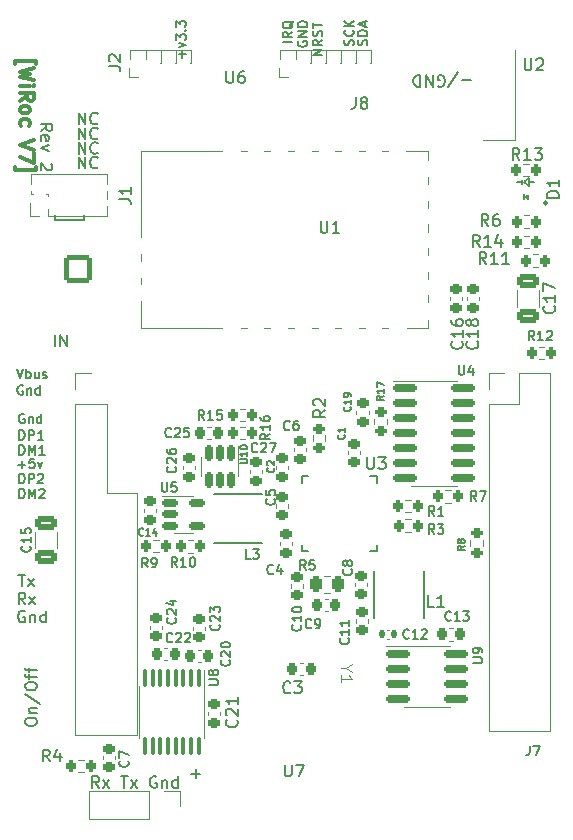
<source format=gto>
G04 #@! TF.GenerationSoftware,KiCad,Pcbnew,7.0.11-7.0.11~ubuntu23.10.1*
G04 #@! TF.CreationDate,2024-06-16T14:32:52+02:00*
G04 #@! TF.ProjectId,WiRoc_NanoPi,5769526f-635f-44e6-916e-6f50692e6b69,rev?*
G04 #@! TF.SameCoordinates,Original*
G04 #@! TF.FileFunction,Legend,Top*
G04 #@! TF.FilePolarity,Positive*
%FSLAX46Y46*%
G04 Gerber Fmt 4.6, Leading zero omitted, Abs format (unit mm)*
G04 Created by KiCad (PCBNEW 7.0.11-7.0.11~ubuntu23.10.1) date 2024-06-16 14:32:52*
%MOMM*%
%LPD*%
G01*
G04 APERTURE LIST*
G04 Aperture macros list*
%AMRoundRect*
0 Rectangle with rounded corners*
0 $1 Rounding radius*
0 $2 $3 $4 $5 $6 $7 $8 $9 X,Y pos of 4 corners*
0 Add a 4 corners polygon primitive as box body*
4,1,4,$2,$3,$4,$5,$6,$7,$8,$9,$2,$3,0*
0 Add four circle primitives for the rounded corners*
1,1,$1+$1,$2,$3*
1,1,$1+$1,$4,$5*
1,1,$1+$1,$6,$7*
1,1,$1+$1,$8,$9*
0 Add four rect primitives between the rounded corners*
20,1,$1+$1,$2,$3,$4,$5,0*
20,1,$1+$1,$4,$5,$6,$7,0*
20,1,$1+$1,$6,$7,$8,$9,0*
20,1,$1+$1,$8,$9,$2,$3,0*%
G04 Aperture macros list end*
%ADD10C,0.150000*%
%ADD11C,0.200000*%
%ADD12C,0.300000*%
%ADD13C,0.100000*%
%ADD14C,0.120000*%
%ADD15RoundRect,0.150000X-0.512500X-0.150000X0.512500X-0.150000X0.512500X0.150000X-0.512500X0.150000X0*%
%ADD16RoundRect,0.225000X-0.250000X0.225000X-0.250000X-0.225000X0.250000X-0.225000X0.250000X0.225000X0*%
%ADD17RoundRect,0.200000X-0.200000X-0.275000X0.200000X-0.275000X0.200000X0.275000X-0.200000X0.275000X0*%
%ADD18RoundRect,0.250000X0.650000X-0.325000X0.650000X0.325000X-0.650000X0.325000X-0.650000X-0.325000X0*%
%ADD19R,1.200000X2.800000*%
%ADD20R,2.800000X1.200000*%
%ADD21R,6.000000X4.000000*%
%ADD22R,1.700000X1.700000*%
%ADD23O,1.700000X1.700000*%
%ADD24RoundRect,0.200000X0.200000X0.275000X-0.200000X0.275000X-0.200000X-0.275000X0.200000X-0.275000X0*%
%ADD25RoundRect,0.225000X0.250000X-0.225000X0.250000X0.225000X-0.250000X0.225000X-0.250000X-0.225000X0*%
%ADD26O,0.700000X0.200000*%
%ADD27O,0.200000X0.700000*%
%ADD28R,1.400000X1.400000*%
%ADD29RoundRect,0.200000X-0.275000X0.200000X-0.275000X-0.200000X0.275000X-0.200000X0.275000X0.200000X0*%
%ADD30R,3.700000X1.100000*%
%ADD31RoundRect,0.225000X-0.225000X-0.250000X0.225000X-0.250000X0.225000X0.250000X-0.225000X0.250000X0*%
%ADD32RoundRect,0.250000X0.262500X0.450000X-0.262500X0.450000X-0.262500X-0.450000X0.262500X-0.450000X0*%
%ADD33RoundRect,0.225000X0.225000X0.250000X-0.225000X0.250000X-0.225000X-0.250000X0.225000X-0.250000X0*%
%ADD34R,1.000000X0.720000*%
%ADD35RoundRect,0.250000X-0.650000X0.325000X-0.650000X-0.325000X0.650000X-0.325000X0.650000X0.325000X0*%
%ADD36RoundRect,0.100000X-0.100000X0.637500X-0.100000X-0.637500X0.100000X-0.637500X0.100000X0.637500X0*%
%ADD37RoundRect,0.140000X0.140000X0.170000X-0.140000X0.170000X-0.140000X-0.170000X0.140000X-0.170000X0*%
%ADD38R,1.000000X1.000000*%
%ADD39O,1.000000X1.000000*%
%ADD40RoundRect,0.150000X-0.825000X-0.150000X0.825000X-0.150000X0.825000X0.150000X-0.825000X0.150000X0*%
%ADD41R,1.800000X1.000000*%
%ADD42RoundRect,0.200000X0.275000X-0.200000X0.275000X0.200000X-0.275000X0.200000X-0.275000X-0.200000X0*%
%ADD43R,1.100000X3.700000*%
%ADD44RoundRect,0.150000X-0.150000X0.512500X-0.150000X-0.512500X0.150000X-0.512500X0.150000X0.512500X0*%
%ADD45RoundRect,0.200100X-0.949900X0.949900X-0.949900X-0.949900X0.949900X-0.949900X0.949900X0.949900X0*%
%ADD46C,2.500000*%
G04 APERTURE END LIST*
D10*
X4000000Y47500000D02*
X4000000Y48000000D01*
X1500000Y48000000D02*
X1500000Y47500000D01*
X1500000Y47500000D02*
X4000000Y47500000D01*
D11*
X309780Y55078144D02*
X785971Y55411477D01*
X309780Y55649572D02*
X1309780Y55649572D01*
X1309780Y55649572D02*
X1309780Y55268620D01*
X1309780Y55268620D02*
X1262161Y55173382D01*
X1262161Y55173382D02*
X1214542Y55125763D01*
X1214542Y55125763D02*
X1119304Y55078144D01*
X1119304Y55078144D02*
X976447Y55078144D01*
X976447Y55078144D02*
X881209Y55125763D01*
X881209Y55125763D02*
X833590Y55173382D01*
X833590Y55173382D02*
X785971Y55268620D01*
X785971Y55268620D02*
X785971Y55649572D01*
X357400Y54268620D02*
X309780Y54363858D01*
X309780Y54363858D02*
X309780Y54554334D01*
X309780Y54554334D02*
X357400Y54649572D01*
X357400Y54649572D02*
X452638Y54697191D01*
X452638Y54697191D02*
X833590Y54697191D01*
X833590Y54697191D02*
X928828Y54649572D01*
X928828Y54649572D02*
X976447Y54554334D01*
X976447Y54554334D02*
X976447Y54363858D01*
X976447Y54363858D02*
X928828Y54268620D01*
X928828Y54268620D02*
X833590Y54221001D01*
X833590Y54221001D02*
X738352Y54221001D01*
X738352Y54221001D02*
X643114Y54697191D01*
X976447Y53887667D02*
X309780Y53649572D01*
X309780Y53649572D02*
X976447Y53411477D01*
X1214542Y52316238D02*
X1262161Y52268619D01*
X1262161Y52268619D02*
X1309780Y52173381D01*
X1309780Y52173381D02*
X1309780Y51935286D01*
X1309780Y51935286D02*
X1262161Y51840048D01*
X1262161Y51840048D02*
X1214542Y51792429D01*
X1214542Y51792429D02*
X1119304Y51744810D01*
X1119304Y51744810D02*
X1024066Y51744810D01*
X1024066Y51744810D02*
X881209Y51792429D01*
X881209Y51792429D02*
X309780Y52363857D01*
X309780Y52363857D02*
X309780Y51744810D01*
D10*
X-1488840Y28934705D02*
X-1488840Y29734705D01*
X-1488840Y29734705D02*
X-1298364Y29734705D01*
X-1298364Y29734705D02*
X-1184078Y29696610D01*
X-1184078Y29696610D02*
X-1107888Y29620420D01*
X-1107888Y29620420D02*
X-1069793Y29544229D01*
X-1069793Y29544229D02*
X-1031697Y29391848D01*
X-1031697Y29391848D02*
X-1031697Y29277562D01*
X-1031697Y29277562D02*
X-1069793Y29125181D01*
X-1069793Y29125181D02*
X-1107888Y29048991D01*
X-1107888Y29048991D02*
X-1184078Y28972800D01*
X-1184078Y28972800D02*
X-1298364Y28934705D01*
X-1298364Y28934705D02*
X-1488840Y28934705D01*
X-688840Y28934705D02*
X-688840Y29734705D01*
X-688840Y29734705D02*
X-384078Y29734705D01*
X-384078Y29734705D02*
X-307888Y29696610D01*
X-307888Y29696610D02*
X-269793Y29658515D01*
X-269793Y29658515D02*
X-231697Y29582324D01*
X-231697Y29582324D02*
X-231697Y29468039D01*
X-231697Y29468039D02*
X-269793Y29391848D01*
X-269793Y29391848D02*
X-307888Y29353753D01*
X-307888Y29353753D02*
X-384078Y29315658D01*
X-384078Y29315658D02*
X-688840Y29315658D01*
X530207Y28934705D02*
X73064Y28934705D01*
X301636Y28934705D02*
X301636Y29734705D01*
X301636Y29734705D02*
X225445Y29620420D01*
X225445Y29620420D02*
X149255Y29544229D01*
X149255Y29544229D02*
X73064Y29506134D01*
X3511779Y54355181D02*
X3511779Y55355181D01*
X3511779Y55355181D02*
X4083207Y54355181D01*
X4083207Y54355181D02*
X4083207Y55355181D01*
X5130826Y54450420D02*
X5083207Y54402800D01*
X5083207Y54402800D02*
X4940350Y54355181D01*
X4940350Y54355181D02*
X4845112Y54355181D01*
X4845112Y54355181D02*
X4702255Y54402800D01*
X4702255Y54402800D02*
X4607017Y54498039D01*
X4607017Y54498039D02*
X4559398Y54593277D01*
X4559398Y54593277D02*
X4511779Y54783753D01*
X4511779Y54783753D02*
X4511779Y54926610D01*
X4511779Y54926610D02*
X4559398Y55117086D01*
X4559398Y55117086D02*
X4607017Y55212324D01*
X4607017Y55212324D02*
X4702255Y55307562D01*
X4702255Y55307562D02*
X4845112Y55355181D01*
X4845112Y55355181D02*
X4940350Y55355181D01*
X4940350Y55355181D02*
X5083207Y55307562D01*
X5083207Y55307562D02*
X5130826Y55259943D01*
X1479779Y36833181D02*
X1479779Y37833181D01*
X1955969Y36833181D02*
X1955969Y37833181D01*
X1955969Y37833181D02*
X2527397Y36833181D01*
X2527397Y36833181D02*
X2527397Y37833181D01*
X-1730126Y34941705D02*
X-1463459Y34141705D01*
X-1463459Y34141705D02*
X-1196793Y34941705D01*
X-930126Y34141705D02*
X-930126Y34941705D01*
X-930126Y34636943D02*
X-853936Y34675039D01*
X-853936Y34675039D02*
X-701555Y34675039D01*
X-701555Y34675039D02*
X-625364Y34636943D01*
X-625364Y34636943D02*
X-587269Y34598848D01*
X-587269Y34598848D02*
X-549174Y34522658D01*
X-549174Y34522658D02*
X-549174Y34294086D01*
X-549174Y34294086D02*
X-587269Y34217896D01*
X-587269Y34217896D02*
X-625364Y34179800D01*
X-625364Y34179800D02*
X-701555Y34141705D01*
X-701555Y34141705D02*
X-853936Y34141705D01*
X-853936Y34141705D02*
X-930126Y34179800D01*
X136541Y34675039D02*
X136541Y34141705D01*
X-206316Y34675039D02*
X-206316Y34255991D01*
X-206316Y34255991D02*
X-168221Y34179800D01*
X-168221Y34179800D02*
X-92031Y34141705D01*
X-92031Y34141705D02*
X22255Y34141705D01*
X22255Y34141705D02*
X98446Y34179800D01*
X98446Y34179800D02*
X136541Y34217896D01*
X479398Y34179800D02*
X555589Y34141705D01*
X555589Y34141705D02*
X707970Y34141705D01*
X707970Y34141705D02*
X784160Y34179800D01*
X784160Y34179800D02*
X822256Y34255991D01*
X822256Y34255991D02*
X822256Y34294086D01*
X822256Y34294086D02*
X784160Y34370277D01*
X784160Y34370277D02*
X707970Y34408372D01*
X707970Y34408372D02*
X593684Y34408372D01*
X593684Y34408372D02*
X517494Y34446467D01*
X517494Y34446467D02*
X479398Y34522658D01*
X479398Y34522658D02*
X479398Y34560753D01*
X479398Y34560753D02*
X517494Y34636943D01*
X517494Y34636943D02*
X593684Y34675039D01*
X593684Y34675039D02*
X707970Y34675039D01*
X707970Y34675039D02*
X784160Y34636943D01*
X3511779Y53130181D02*
X3511779Y54130181D01*
X3511779Y54130181D02*
X4083207Y53130181D01*
X4083207Y53130181D02*
X4083207Y54130181D01*
X5130826Y53225420D02*
X5083207Y53177800D01*
X5083207Y53177800D02*
X4940350Y53130181D01*
X4940350Y53130181D02*
X4845112Y53130181D01*
X4845112Y53130181D02*
X4702255Y53177800D01*
X4702255Y53177800D02*
X4607017Y53273039D01*
X4607017Y53273039D02*
X4559398Y53368277D01*
X4559398Y53368277D02*
X4511779Y53558753D01*
X4511779Y53558753D02*
X4511779Y53701610D01*
X4511779Y53701610D02*
X4559398Y53892086D01*
X4559398Y53892086D02*
X4607017Y53987324D01*
X4607017Y53987324D02*
X4702255Y54082562D01*
X4702255Y54082562D02*
X4845112Y54130181D01*
X4845112Y54130181D02*
X4940350Y54130181D01*
X4940350Y54130181D02*
X5083207Y54082562D01*
X5083207Y54082562D02*
X5130826Y54034943D01*
X-1488840Y27664705D02*
X-1488840Y28464705D01*
X-1488840Y28464705D02*
X-1298364Y28464705D01*
X-1298364Y28464705D02*
X-1184078Y28426610D01*
X-1184078Y28426610D02*
X-1107888Y28350420D01*
X-1107888Y28350420D02*
X-1069793Y28274229D01*
X-1069793Y28274229D02*
X-1031697Y28121848D01*
X-1031697Y28121848D02*
X-1031697Y28007562D01*
X-1031697Y28007562D02*
X-1069793Y27855181D01*
X-1069793Y27855181D02*
X-1107888Y27778991D01*
X-1107888Y27778991D02*
X-1184078Y27702800D01*
X-1184078Y27702800D02*
X-1298364Y27664705D01*
X-1298364Y27664705D02*
X-1488840Y27664705D01*
X-688840Y27664705D02*
X-688840Y28464705D01*
X-688840Y28464705D02*
X-422174Y27893277D01*
X-422174Y27893277D02*
X-155507Y28464705D01*
X-155507Y28464705D02*
X-155507Y27664705D01*
X644493Y27664705D02*
X187350Y27664705D01*
X415922Y27664705D02*
X415922Y28464705D01*
X415922Y28464705D02*
X339731Y28350420D01*
X339731Y28350420D02*
X263541Y28274229D01*
X263541Y28274229D02*
X187350Y28236134D01*
X-1044412Y14417562D02*
X-1139650Y14465181D01*
X-1139650Y14465181D02*
X-1282507Y14465181D01*
X-1282507Y14465181D02*
X-1425364Y14417562D01*
X-1425364Y14417562D02*
X-1520602Y14322324D01*
X-1520602Y14322324D02*
X-1568221Y14227086D01*
X-1568221Y14227086D02*
X-1615840Y14036610D01*
X-1615840Y14036610D02*
X-1615840Y13893753D01*
X-1615840Y13893753D02*
X-1568221Y13703277D01*
X-1568221Y13703277D02*
X-1520602Y13608039D01*
X-1520602Y13608039D02*
X-1425364Y13512800D01*
X-1425364Y13512800D02*
X-1282507Y13465181D01*
X-1282507Y13465181D02*
X-1187269Y13465181D01*
X-1187269Y13465181D02*
X-1044412Y13512800D01*
X-1044412Y13512800D02*
X-996793Y13560420D01*
X-996793Y13560420D02*
X-996793Y13893753D01*
X-996793Y13893753D02*
X-1187269Y13893753D01*
X-568221Y14131848D02*
X-568221Y13465181D01*
X-568221Y14036610D02*
X-520602Y14084229D01*
X-520602Y14084229D02*
X-425364Y14131848D01*
X-425364Y14131848D02*
X-282507Y14131848D01*
X-282507Y14131848D02*
X-187269Y14084229D01*
X-187269Y14084229D02*
X-139650Y13988991D01*
X-139650Y13988991D02*
X-139650Y13465181D01*
X765112Y13465181D02*
X765112Y14465181D01*
X765112Y13512800D02*
X669874Y13465181D01*
X669874Y13465181D02*
X479398Y13465181D01*
X479398Y13465181D02*
X384160Y13512800D01*
X384160Y13512800D02*
X336541Y13560420D01*
X336541Y13560420D02*
X288922Y13655658D01*
X288922Y13655658D02*
X288922Y13941372D01*
X288922Y13941372D02*
X336541Y14036610D01*
X336541Y14036610D02*
X384160Y14084229D01*
X384160Y14084229D02*
X479398Y14131848D01*
X479398Y14131848D02*
X669874Y14131848D01*
X669874Y14131848D02*
X765112Y14084229D01*
X21611295Y62646161D02*
X20811295Y62646161D01*
X21611295Y63484256D02*
X21230342Y63217589D01*
X21611295Y63027113D02*
X20811295Y63027113D01*
X20811295Y63027113D02*
X20811295Y63331875D01*
X20811295Y63331875D02*
X20849390Y63408065D01*
X20849390Y63408065D02*
X20887485Y63446160D01*
X20887485Y63446160D02*
X20963676Y63484256D01*
X20963676Y63484256D02*
X21077961Y63484256D01*
X21077961Y63484256D02*
X21154152Y63446160D01*
X21154152Y63446160D02*
X21192247Y63408065D01*
X21192247Y63408065D02*
X21230342Y63331875D01*
X21230342Y63331875D02*
X21230342Y63027113D01*
X21687485Y64360446D02*
X21649390Y64284256D01*
X21649390Y64284256D02*
X21573200Y64208065D01*
X21573200Y64208065D02*
X21458914Y64093779D01*
X21458914Y64093779D02*
X21420819Y64017589D01*
X21420819Y64017589D02*
X21420819Y63941398D01*
X21611295Y63979494D02*
X21573200Y63903303D01*
X21573200Y63903303D02*
X21497009Y63827113D01*
X21497009Y63827113D02*
X21344628Y63789017D01*
X21344628Y63789017D02*
X21077961Y63789017D01*
X21077961Y63789017D02*
X20925580Y63827113D01*
X20925580Y63827113D02*
X20849390Y63903303D01*
X20849390Y63903303D02*
X20811295Y63979494D01*
X20811295Y63979494D02*
X20811295Y64131875D01*
X20811295Y64131875D02*
X20849390Y64208065D01*
X20849390Y64208065D02*
X20925580Y64284256D01*
X20925580Y64284256D02*
X21077961Y64322351D01*
X21077961Y64322351D02*
X21344628Y64322351D01*
X21344628Y64322351D02*
X21497009Y64284256D01*
X21497009Y64284256D02*
X21573200Y64208065D01*
X21573200Y64208065D02*
X21611295Y64131875D01*
X21611295Y64131875D02*
X21611295Y63979494D01*
X27923200Y62354065D02*
X27961295Y62468351D01*
X27961295Y62468351D02*
X27961295Y62658827D01*
X27961295Y62658827D02*
X27923200Y62735018D01*
X27923200Y62735018D02*
X27885104Y62773113D01*
X27885104Y62773113D02*
X27808914Y62811208D01*
X27808914Y62811208D02*
X27732723Y62811208D01*
X27732723Y62811208D02*
X27656533Y62773113D01*
X27656533Y62773113D02*
X27618438Y62735018D01*
X27618438Y62735018D02*
X27580342Y62658827D01*
X27580342Y62658827D02*
X27542247Y62506446D01*
X27542247Y62506446D02*
X27504152Y62430256D01*
X27504152Y62430256D02*
X27466057Y62392161D01*
X27466057Y62392161D02*
X27389866Y62354065D01*
X27389866Y62354065D02*
X27313676Y62354065D01*
X27313676Y62354065D02*
X27237485Y62392161D01*
X27237485Y62392161D02*
X27199390Y62430256D01*
X27199390Y62430256D02*
X27161295Y62506446D01*
X27161295Y62506446D02*
X27161295Y62696923D01*
X27161295Y62696923D02*
X27199390Y62811208D01*
X27961295Y63154066D02*
X27161295Y63154066D01*
X27161295Y63154066D02*
X27161295Y63344542D01*
X27161295Y63344542D02*
X27199390Y63458828D01*
X27199390Y63458828D02*
X27275580Y63535018D01*
X27275580Y63535018D02*
X27351771Y63573113D01*
X27351771Y63573113D02*
X27504152Y63611209D01*
X27504152Y63611209D02*
X27618438Y63611209D01*
X27618438Y63611209D02*
X27770819Y63573113D01*
X27770819Y63573113D02*
X27847009Y63535018D01*
X27847009Y63535018D02*
X27923200Y63458828D01*
X27923200Y63458828D02*
X27961295Y63344542D01*
X27961295Y63344542D02*
X27961295Y63154066D01*
X27732723Y63915970D02*
X27732723Y64296923D01*
X27961295Y63839780D02*
X27161295Y64106447D01*
X27161295Y64106447D02*
X27961295Y64373113D01*
X-1069793Y31093610D02*
X-1145983Y31131705D01*
X-1145983Y31131705D02*
X-1260269Y31131705D01*
X-1260269Y31131705D02*
X-1374555Y31093610D01*
X-1374555Y31093610D02*
X-1450745Y31017420D01*
X-1450745Y31017420D02*
X-1488840Y30941229D01*
X-1488840Y30941229D02*
X-1526936Y30788848D01*
X-1526936Y30788848D02*
X-1526936Y30674562D01*
X-1526936Y30674562D02*
X-1488840Y30522181D01*
X-1488840Y30522181D02*
X-1450745Y30445991D01*
X-1450745Y30445991D02*
X-1374555Y30369800D01*
X-1374555Y30369800D02*
X-1260269Y30331705D01*
X-1260269Y30331705D02*
X-1184078Y30331705D01*
X-1184078Y30331705D02*
X-1069793Y30369800D01*
X-1069793Y30369800D02*
X-1031697Y30407896D01*
X-1031697Y30407896D02*
X-1031697Y30674562D01*
X-1031697Y30674562D02*
X-1184078Y30674562D01*
X-688840Y30865039D02*
X-688840Y30331705D01*
X-688840Y30788848D02*
X-650745Y30826943D01*
X-650745Y30826943D02*
X-574555Y30865039D01*
X-574555Y30865039D02*
X-460269Y30865039D01*
X-460269Y30865039D02*
X-384078Y30826943D01*
X-384078Y30826943D02*
X-345983Y30750753D01*
X-345983Y30750753D02*
X-345983Y30331705D01*
X377827Y30331705D02*
X377827Y31131705D01*
X377827Y30369800D02*
X301636Y30331705D01*
X301636Y30331705D02*
X149255Y30331705D01*
X149255Y30331705D02*
X73065Y30369800D01*
X73065Y30369800D02*
X34970Y30407896D01*
X34970Y30407896D02*
X-3126Y30484086D01*
X-3126Y30484086D02*
X-3126Y30712658D01*
X-3126Y30712658D02*
X34970Y30788848D01*
X34970Y30788848D02*
X73065Y30826943D01*
X73065Y30826943D02*
X149255Y30865039D01*
X149255Y30865039D02*
X301636Y30865039D01*
X301636Y30865039D02*
X377827Y30826943D01*
X22119390Y62684208D02*
X22081295Y62608018D01*
X22081295Y62608018D02*
X22081295Y62493732D01*
X22081295Y62493732D02*
X22119390Y62379446D01*
X22119390Y62379446D02*
X22195580Y62303256D01*
X22195580Y62303256D02*
X22271771Y62265161D01*
X22271771Y62265161D02*
X22424152Y62227065D01*
X22424152Y62227065D02*
X22538438Y62227065D01*
X22538438Y62227065D02*
X22690819Y62265161D01*
X22690819Y62265161D02*
X22767009Y62303256D01*
X22767009Y62303256D02*
X22843200Y62379446D01*
X22843200Y62379446D02*
X22881295Y62493732D01*
X22881295Y62493732D02*
X22881295Y62569923D01*
X22881295Y62569923D02*
X22843200Y62684208D01*
X22843200Y62684208D02*
X22805104Y62722304D01*
X22805104Y62722304D02*
X22538438Y62722304D01*
X22538438Y62722304D02*
X22538438Y62569923D01*
X22881295Y63065161D02*
X22081295Y63065161D01*
X22081295Y63065161D02*
X22881295Y63522304D01*
X22881295Y63522304D02*
X22081295Y63522304D01*
X22881295Y63903256D02*
X22081295Y63903256D01*
X22081295Y63903256D02*
X22081295Y64093732D01*
X22081295Y64093732D02*
X22119390Y64208018D01*
X22119390Y64208018D02*
X22195580Y64284208D01*
X22195580Y64284208D02*
X22271771Y64322303D01*
X22271771Y64322303D02*
X22424152Y64360399D01*
X22424152Y64360399D02*
X22538438Y64360399D01*
X22538438Y64360399D02*
X22690819Y64322303D01*
X22690819Y64322303D02*
X22767009Y64284208D01*
X22767009Y64284208D02*
X22843200Y64208018D01*
X22843200Y64208018D02*
X22881295Y64093732D01*
X22881295Y64093732D02*
X22881295Y63903256D01*
X-996793Y14989181D02*
X-1330126Y15465372D01*
X-1568221Y14989181D02*
X-1568221Y15989181D01*
X-1568221Y15989181D02*
X-1187269Y15989181D01*
X-1187269Y15989181D02*
X-1092031Y15941562D01*
X-1092031Y15941562D02*
X-1044412Y15893943D01*
X-1044412Y15893943D02*
X-996793Y15798705D01*
X-996793Y15798705D02*
X-996793Y15655848D01*
X-996793Y15655848D02*
X-1044412Y15560610D01*
X-1044412Y15560610D02*
X-1092031Y15512991D01*
X-1092031Y15512991D02*
X-1187269Y15465372D01*
X-1187269Y15465372D02*
X-1568221Y15465372D01*
X-663459Y14989181D02*
X-139650Y15655848D01*
X-663459Y15655848D02*
X-139650Y14989181D01*
D12*
X-1828543Y60730857D02*
X-1828543Y61016571D01*
X-1828543Y61016571D02*
X-114258Y61016571D01*
X-114258Y61016571D02*
X-114258Y60730857D01*
X-228543Y60388000D02*
X-1428543Y60102286D01*
X-1428543Y60102286D02*
X-571400Y59873714D01*
X-571400Y59873714D02*
X-1428543Y59645143D01*
X-1428543Y59645143D02*
X-228543Y59359428D01*
X-1428543Y58902285D02*
X-628543Y58902285D01*
X-228543Y58902285D02*
X-285686Y58959428D01*
X-285686Y58959428D02*
X-342829Y58902285D01*
X-342829Y58902285D02*
X-285686Y58845142D01*
X-285686Y58845142D02*
X-228543Y58902285D01*
X-228543Y58902285D02*
X-342829Y58902285D01*
X-1428543Y57645142D02*
X-857115Y58045142D01*
X-1428543Y58330856D02*
X-228543Y58330856D01*
X-228543Y58330856D02*
X-228543Y57873713D01*
X-228543Y57873713D02*
X-285686Y57759428D01*
X-285686Y57759428D02*
X-342829Y57702285D01*
X-342829Y57702285D02*
X-457115Y57645142D01*
X-457115Y57645142D02*
X-628543Y57645142D01*
X-628543Y57645142D02*
X-742829Y57702285D01*
X-742829Y57702285D02*
X-799972Y57759428D01*
X-799972Y57759428D02*
X-857115Y57873713D01*
X-857115Y57873713D02*
X-857115Y58330856D01*
X-1428543Y56959428D02*
X-1371400Y57073713D01*
X-1371400Y57073713D02*
X-1314258Y57130856D01*
X-1314258Y57130856D02*
X-1199972Y57187999D01*
X-1199972Y57187999D02*
X-857115Y57187999D01*
X-857115Y57187999D02*
X-742829Y57130856D01*
X-742829Y57130856D02*
X-685686Y57073713D01*
X-685686Y57073713D02*
X-628543Y56959428D01*
X-628543Y56959428D02*
X-628543Y56787999D01*
X-628543Y56787999D02*
X-685686Y56673713D01*
X-685686Y56673713D02*
X-742829Y56616570D01*
X-742829Y56616570D02*
X-857115Y56559428D01*
X-857115Y56559428D02*
X-1199972Y56559428D01*
X-1199972Y56559428D02*
X-1314258Y56616570D01*
X-1314258Y56616570D02*
X-1371400Y56673713D01*
X-1371400Y56673713D02*
X-1428543Y56787999D01*
X-1428543Y56787999D02*
X-1428543Y56959428D01*
X-1371400Y55530856D02*
X-1428543Y55645142D01*
X-1428543Y55645142D02*
X-1428543Y55873714D01*
X-1428543Y55873714D02*
X-1371400Y55987999D01*
X-1371400Y55987999D02*
X-1314258Y56045142D01*
X-1314258Y56045142D02*
X-1199972Y56102285D01*
X-1199972Y56102285D02*
X-857115Y56102285D01*
X-857115Y56102285D02*
X-742829Y56045142D01*
X-742829Y56045142D02*
X-685686Y55987999D01*
X-685686Y55987999D02*
X-628543Y55873714D01*
X-628543Y55873714D02*
X-628543Y55645142D01*
X-628543Y55645142D02*
X-685686Y55530856D01*
X-228543Y54273714D02*
X-1428543Y53873714D01*
X-1428543Y53873714D02*
X-228543Y53473714D01*
X-228543Y53188000D02*
X-228543Y52388000D01*
X-228543Y52388000D02*
X-1428543Y52902286D01*
X-1828543Y52045143D02*
X-1828543Y51759429D01*
X-1828543Y51759429D02*
X-114258Y51759429D01*
X-114258Y51759429D02*
X-114258Y52045143D01*
D10*
X-1488840Y23981705D02*
X-1488840Y24781705D01*
X-1488840Y24781705D02*
X-1298364Y24781705D01*
X-1298364Y24781705D02*
X-1184078Y24743610D01*
X-1184078Y24743610D02*
X-1107888Y24667420D01*
X-1107888Y24667420D02*
X-1069793Y24591229D01*
X-1069793Y24591229D02*
X-1031697Y24438848D01*
X-1031697Y24438848D02*
X-1031697Y24324562D01*
X-1031697Y24324562D02*
X-1069793Y24172181D01*
X-1069793Y24172181D02*
X-1107888Y24095991D01*
X-1107888Y24095991D02*
X-1184078Y24019800D01*
X-1184078Y24019800D02*
X-1298364Y23981705D01*
X-1298364Y23981705D02*
X-1488840Y23981705D01*
X-688840Y23981705D02*
X-688840Y24781705D01*
X-688840Y24781705D02*
X-422174Y24210277D01*
X-422174Y24210277D02*
X-155507Y24781705D01*
X-155507Y24781705D02*
X-155507Y23981705D01*
X187350Y24705515D02*
X225446Y24743610D01*
X225446Y24743610D02*
X301636Y24781705D01*
X301636Y24781705D02*
X492112Y24781705D01*
X492112Y24781705D02*
X568303Y24743610D01*
X568303Y24743610D02*
X606398Y24705515D01*
X606398Y24705515D02*
X644493Y24629324D01*
X644493Y24629324D02*
X644493Y24553134D01*
X644493Y24553134D02*
X606398Y24438848D01*
X606398Y24438848D02*
X149255Y23981705D01*
X149255Y23981705D02*
X644493Y23981705D01*
X12289533Y61249161D02*
X12289533Y61858684D01*
X12594295Y61553923D02*
X11984771Y61553923D01*
X12060961Y62163446D02*
X12594295Y62353922D01*
X12594295Y62353922D02*
X12060961Y62544399D01*
X11794295Y62772970D02*
X11794295Y63268208D01*
X11794295Y63268208D02*
X12099057Y63001542D01*
X12099057Y63001542D02*
X12099057Y63115827D01*
X12099057Y63115827D02*
X12137152Y63192018D01*
X12137152Y63192018D02*
X12175247Y63230113D01*
X12175247Y63230113D02*
X12251438Y63268208D01*
X12251438Y63268208D02*
X12441914Y63268208D01*
X12441914Y63268208D02*
X12518104Y63230113D01*
X12518104Y63230113D02*
X12556200Y63192018D01*
X12556200Y63192018D02*
X12594295Y63115827D01*
X12594295Y63115827D02*
X12594295Y62887256D01*
X12594295Y62887256D02*
X12556200Y62811065D01*
X12556200Y62811065D02*
X12518104Y62772970D01*
X12518104Y63611066D02*
X12556200Y63649161D01*
X12556200Y63649161D02*
X12594295Y63611066D01*
X12594295Y63611066D02*
X12556200Y63572970D01*
X12556200Y63572970D02*
X12518104Y63611066D01*
X12518104Y63611066D02*
X12594295Y63611066D01*
X11794295Y63915827D02*
X11794295Y64411065D01*
X11794295Y64411065D02*
X12099057Y64144399D01*
X12099057Y64144399D02*
X12099057Y64258684D01*
X12099057Y64258684D02*
X12137152Y64334875D01*
X12137152Y64334875D02*
X12175247Y64372970D01*
X12175247Y64372970D02*
X12251438Y64411065D01*
X12251438Y64411065D02*
X12441914Y64411065D01*
X12441914Y64411065D02*
X12518104Y64372970D01*
X12518104Y64372970D02*
X12556200Y64334875D01*
X12556200Y64334875D02*
X12594295Y64258684D01*
X12594295Y64258684D02*
X12594295Y64030113D01*
X12594295Y64030113D02*
X12556200Y63953922D01*
X12556200Y63953922D02*
X12518104Y63915827D01*
X-1615840Y26826467D02*
X-1006316Y26826467D01*
X-1311078Y26521705D02*
X-1311078Y27131229D01*
X-244412Y27321705D02*
X-625364Y27321705D01*
X-625364Y27321705D02*
X-663460Y26940753D01*
X-663460Y26940753D02*
X-625364Y26978848D01*
X-625364Y26978848D02*
X-549174Y27016943D01*
X-549174Y27016943D02*
X-358698Y27016943D01*
X-358698Y27016943D02*
X-282507Y26978848D01*
X-282507Y26978848D02*
X-244412Y26940753D01*
X-244412Y26940753D02*
X-206317Y26864562D01*
X-206317Y26864562D02*
X-206317Y26674086D01*
X-206317Y26674086D02*
X-244412Y26597896D01*
X-244412Y26597896D02*
X-282507Y26559800D01*
X-282507Y26559800D02*
X-358698Y26521705D01*
X-358698Y26521705D02*
X-549174Y26521705D01*
X-549174Y26521705D02*
X-625364Y26559800D01*
X-625364Y26559800D02*
X-663460Y26597896D01*
X60350Y27055039D02*
X250826Y26521705D01*
X250826Y26521705D02*
X441303Y27055039D01*
X36771220Y59432867D02*
X36009316Y59432867D01*
X34818840Y58766200D02*
X35675982Y60051915D01*
X33961697Y58861439D02*
X34056935Y58813820D01*
X34056935Y58813820D02*
X34199792Y58813820D01*
X34199792Y58813820D02*
X34342649Y58861439D01*
X34342649Y58861439D02*
X34437887Y58956677D01*
X34437887Y58956677D02*
X34485506Y59051915D01*
X34485506Y59051915D02*
X34533125Y59242391D01*
X34533125Y59242391D02*
X34533125Y59385248D01*
X34533125Y59385248D02*
X34485506Y59575724D01*
X34485506Y59575724D02*
X34437887Y59670962D01*
X34437887Y59670962D02*
X34342649Y59766200D01*
X34342649Y59766200D02*
X34199792Y59813820D01*
X34199792Y59813820D02*
X34104554Y59813820D01*
X34104554Y59813820D02*
X33961697Y59766200D01*
X33961697Y59766200D02*
X33914078Y59718581D01*
X33914078Y59718581D02*
X33914078Y59385248D01*
X33914078Y59385248D02*
X34104554Y59385248D01*
X33485506Y59813820D02*
X33485506Y58813820D01*
X33485506Y58813820D02*
X32914078Y59813820D01*
X32914078Y59813820D02*
X32914078Y58813820D01*
X32437887Y59813820D02*
X32437887Y58813820D01*
X32437887Y58813820D02*
X32199792Y58813820D01*
X32199792Y58813820D02*
X32056935Y58861439D01*
X32056935Y58861439D02*
X31961697Y58956677D01*
X31961697Y58956677D02*
X31914078Y59051915D01*
X31914078Y59051915D02*
X31866459Y59242391D01*
X31866459Y59242391D02*
X31866459Y59385248D01*
X31866459Y59385248D02*
X31914078Y59575724D01*
X31914078Y59575724D02*
X31961697Y59670962D01*
X31961697Y59670962D02*
X32056935Y59766200D01*
X32056935Y59766200D02*
X32199792Y59813820D01*
X32199792Y59813820D02*
X32437887Y59813820D01*
X3511779Y55629181D02*
X3511779Y56629181D01*
X3511779Y56629181D02*
X4083207Y55629181D01*
X4083207Y55629181D02*
X4083207Y56629181D01*
X5130826Y55724420D02*
X5083207Y55676800D01*
X5083207Y55676800D02*
X4940350Y55629181D01*
X4940350Y55629181D02*
X4845112Y55629181D01*
X4845112Y55629181D02*
X4702255Y55676800D01*
X4702255Y55676800D02*
X4607017Y55772039D01*
X4607017Y55772039D02*
X4559398Y55867277D01*
X4559398Y55867277D02*
X4511779Y56057753D01*
X4511779Y56057753D02*
X4511779Y56200610D01*
X4511779Y56200610D02*
X4559398Y56391086D01*
X4559398Y56391086D02*
X4607017Y56486324D01*
X4607017Y56486324D02*
X4702255Y56581562D01*
X4702255Y56581562D02*
X4845112Y56629181D01*
X4845112Y56629181D02*
X4940350Y56629181D01*
X4940350Y56629181D02*
X5083207Y56581562D01*
X5083207Y56581562D02*
X5130826Y56533943D01*
X-1488840Y25251705D02*
X-1488840Y26051705D01*
X-1488840Y26051705D02*
X-1298364Y26051705D01*
X-1298364Y26051705D02*
X-1184078Y26013610D01*
X-1184078Y26013610D02*
X-1107888Y25937420D01*
X-1107888Y25937420D02*
X-1069793Y25861229D01*
X-1069793Y25861229D02*
X-1031697Y25708848D01*
X-1031697Y25708848D02*
X-1031697Y25594562D01*
X-1031697Y25594562D02*
X-1069793Y25442181D01*
X-1069793Y25442181D02*
X-1107888Y25365991D01*
X-1107888Y25365991D02*
X-1184078Y25289800D01*
X-1184078Y25289800D02*
X-1298364Y25251705D01*
X-1298364Y25251705D02*
X-1488840Y25251705D01*
X-688840Y25251705D02*
X-688840Y26051705D01*
X-688840Y26051705D02*
X-384078Y26051705D01*
X-384078Y26051705D02*
X-307888Y26013610D01*
X-307888Y26013610D02*
X-269793Y25975515D01*
X-269793Y25975515D02*
X-231697Y25899324D01*
X-231697Y25899324D02*
X-231697Y25785039D01*
X-231697Y25785039D02*
X-269793Y25708848D01*
X-269793Y25708848D02*
X-307888Y25670753D01*
X-307888Y25670753D02*
X-384078Y25632658D01*
X-384078Y25632658D02*
X-688840Y25632658D01*
X73064Y25975515D02*
X111160Y26013610D01*
X111160Y26013610D02*
X187350Y26051705D01*
X187350Y26051705D02*
X377826Y26051705D01*
X377826Y26051705D02*
X454017Y26013610D01*
X454017Y26013610D02*
X492112Y25975515D01*
X492112Y25975515D02*
X530207Y25899324D01*
X530207Y25899324D02*
X530207Y25823134D01*
X530207Y25823134D02*
X492112Y25708848D01*
X492112Y25708848D02*
X34969Y25251705D01*
X34969Y25251705D02*
X530207Y25251705D01*
X26780200Y62354065D02*
X26818295Y62468351D01*
X26818295Y62468351D02*
X26818295Y62658827D01*
X26818295Y62658827D02*
X26780200Y62735018D01*
X26780200Y62735018D02*
X26742104Y62773113D01*
X26742104Y62773113D02*
X26665914Y62811208D01*
X26665914Y62811208D02*
X26589723Y62811208D01*
X26589723Y62811208D02*
X26513533Y62773113D01*
X26513533Y62773113D02*
X26475438Y62735018D01*
X26475438Y62735018D02*
X26437342Y62658827D01*
X26437342Y62658827D02*
X26399247Y62506446D01*
X26399247Y62506446D02*
X26361152Y62430256D01*
X26361152Y62430256D02*
X26323057Y62392161D01*
X26323057Y62392161D02*
X26246866Y62354065D01*
X26246866Y62354065D02*
X26170676Y62354065D01*
X26170676Y62354065D02*
X26094485Y62392161D01*
X26094485Y62392161D02*
X26056390Y62430256D01*
X26056390Y62430256D02*
X26018295Y62506446D01*
X26018295Y62506446D02*
X26018295Y62696923D01*
X26018295Y62696923D02*
X26056390Y62811208D01*
X26742104Y63611209D02*
X26780200Y63573113D01*
X26780200Y63573113D02*
X26818295Y63458828D01*
X26818295Y63458828D02*
X26818295Y63382637D01*
X26818295Y63382637D02*
X26780200Y63268351D01*
X26780200Y63268351D02*
X26704009Y63192161D01*
X26704009Y63192161D02*
X26627819Y63154066D01*
X26627819Y63154066D02*
X26475438Y63115970D01*
X26475438Y63115970D02*
X26361152Y63115970D01*
X26361152Y63115970D02*
X26208771Y63154066D01*
X26208771Y63154066D02*
X26132580Y63192161D01*
X26132580Y63192161D02*
X26056390Y63268351D01*
X26056390Y63268351D02*
X26018295Y63382637D01*
X26018295Y63382637D02*
X26018295Y63458828D01*
X26018295Y63458828D02*
X26056390Y63573113D01*
X26056390Y63573113D02*
X26094485Y63611209D01*
X26818295Y63954066D02*
X26018295Y63954066D01*
X26818295Y64411209D02*
X26361152Y64068351D01*
X26018295Y64411209D02*
X26475438Y63954066D01*
X5258207Y-544819D02*
X4924874Y-68628D01*
X4686779Y-544819D02*
X4686779Y455181D01*
X4686779Y455181D02*
X5067731Y455181D01*
X5067731Y455181D02*
X5162969Y407562D01*
X5162969Y407562D02*
X5210588Y359943D01*
X5210588Y359943D02*
X5258207Y264705D01*
X5258207Y264705D02*
X5258207Y121848D01*
X5258207Y121848D02*
X5210588Y26610D01*
X5210588Y26610D02*
X5162969Y-21009D01*
X5162969Y-21009D02*
X5067731Y-68628D01*
X5067731Y-68628D02*
X4686779Y-68628D01*
X5591541Y-544819D02*
X6115350Y121848D01*
X5591541Y121848D02*
X6115350Y-544819D01*
X7115351Y455181D02*
X7686779Y455181D01*
X7401065Y-544819D02*
X7401065Y455181D01*
X7924875Y-544819D02*
X8448684Y121848D01*
X7924875Y121848D02*
X8448684Y-544819D01*
X10115351Y407562D02*
X10020113Y455181D01*
X10020113Y455181D02*
X9877256Y455181D01*
X9877256Y455181D02*
X9734399Y407562D01*
X9734399Y407562D02*
X9639161Y312324D01*
X9639161Y312324D02*
X9591542Y217086D01*
X9591542Y217086D02*
X9543923Y26610D01*
X9543923Y26610D02*
X9543923Y-116247D01*
X9543923Y-116247D02*
X9591542Y-306723D01*
X9591542Y-306723D02*
X9639161Y-401961D01*
X9639161Y-401961D02*
X9734399Y-497200D01*
X9734399Y-497200D02*
X9877256Y-544819D01*
X9877256Y-544819D02*
X9972494Y-544819D01*
X9972494Y-544819D02*
X10115351Y-497200D01*
X10115351Y-497200D02*
X10162970Y-449580D01*
X10162970Y-449580D02*
X10162970Y-116247D01*
X10162970Y-116247D02*
X9972494Y-116247D01*
X10591542Y121848D02*
X10591542Y-544819D01*
X10591542Y26610D02*
X10639161Y74229D01*
X10639161Y74229D02*
X10734399Y121848D01*
X10734399Y121848D02*
X10877256Y121848D01*
X10877256Y121848D02*
X10972494Y74229D01*
X10972494Y74229D02*
X11020113Y-21009D01*
X11020113Y-21009D02*
X11020113Y-544819D01*
X11924875Y-544819D02*
X11924875Y455181D01*
X11924875Y-497200D02*
X11829637Y-544819D01*
X11829637Y-544819D02*
X11639161Y-544819D01*
X11639161Y-544819D02*
X11543923Y-497200D01*
X11543923Y-497200D02*
X11496304Y-449580D01*
X11496304Y-449580D02*
X11448685Y-354342D01*
X11448685Y-354342D02*
X11448685Y-68628D01*
X11448685Y-68628D02*
X11496304Y26610D01*
X11496304Y26610D02*
X11543923Y74229D01*
X11543923Y74229D02*
X11639161Y121848D01*
X11639161Y121848D02*
X11829637Y121848D01*
X11829637Y121848D02*
X11924875Y74229D01*
X-1003181Y4972256D02*
X-1003181Y5162732D01*
X-1003181Y5162732D02*
X-955562Y5257970D01*
X-955562Y5257970D02*
X-860324Y5353208D01*
X-860324Y5353208D02*
X-669848Y5400827D01*
X-669848Y5400827D02*
X-336515Y5400827D01*
X-336515Y5400827D02*
X-146039Y5353208D01*
X-146039Y5353208D02*
X-50800Y5257970D01*
X-50800Y5257970D02*
X-3181Y5162732D01*
X-3181Y5162732D02*
X-3181Y4972256D01*
X-3181Y4972256D02*
X-50800Y4877018D01*
X-50800Y4877018D02*
X-146039Y4781780D01*
X-146039Y4781780D02*
X-336515Y4734161D01*
X-336515Y4734161D02*
X-669848Y4734161D01*
X-669848Y4734161D02*
X-860324Y4781780D01*
X-860324Y4781780D02*
X-955562Y4877018D01*
X-955562Y4877018D02*
X-1003181Y4972256D01*
X-669848Y5829399D02*
X-3181Y5829399D01*
X-574610Y5829399D02*
X-622229Y5877018D01*
X-622229Y5877018D02*
X-669848Y5972256D01*
X-669848Y5972256D02*
X-669848Y6115113D01*
X-669848Y6115113D02*
X-622229Y6210351D01*
X-622229Y6210351D02*
X-526991Y6257970D01*
X-526991Y6257970D02*
X-3181Y6257970D01*
X-1050800Y7448446D02*
X234914Y6591304D01*
X-1003181Y7972256D02*
X-1003181Y8162732D01*
X-1003181Y8162732D02*
X-955562Y8257970D01*
X-955562Y8257970D02*
X-860324Y8353208D01*
X-860324Y8353208D02*
X-669848Y8400827D01*
X-669848Y8400827D02*
X-336515Y8400827D01*
X-336515Y8400827D02*
X-146039Y8353208D01*
X-146039Y8353208D02*
X-50800Y8257970D01*
X-50800Y8257970D02*
X-3181Y8162732D01*
X-3181Y8162732D02*
X-3181Y7972256D01*
X-3181Y7972256D02*
X-50800Y7877018D01*
X-50800Y7877018D02*
X-146039Y7781780D01*
X-146039Y7781780D02*
X-336515Y7734161D01*
X-336515Y7734161D02*
X-669848Y7734161D01*
X-669848Y7734161D02*
X-860324Y7781780D01*
X-860324Y7781780D02*
X-955562Y7877018D01*
X-955562Y7877018D02*
X-1003181Y7972256D01*
X-669848Y8686542D02*
X-669848Y9067494D01*
X-3181Y8829399D02*
X-860324Y8829399D01*
X-860324Y8829399D02*
X-955562Y8877018D01*
X-955562Y8877018D02*
X-1003181Y8972256D01*
X-1003181Y8972256D02*
X-1003181Y9067494D01*
X-669848Y9257971D02*
X-669848Y9638923D01*
X-3181Y9400828D02*
X-860324Y9400828D01*
X-860324Y9400828D02*
X-955562Y9448447D01*
X-955562Y9448447D02*
X-1003181Y9543685D01*
X-1003181Y9543685D02*
X-1003181Y9638923D01*
X-1196793Y33506610D02*
X-1272983Y33544705D01*
X-1272983Y33544705D02*
X-1387269Y33544705D01*
X-1387269Y33544705D02*
X-1501555Y33506610D01*
X-1501555Y33506610D02*
X-1577745Y33430420D01*
X-1577745Y33430420D02*
X-1615840Y33354229D01*
X-1615840Y33354229D02*
X-1653936Y33201848D01*
X-1653936Y33201848D02*
X-1653936Y33087562D01*
X-1653936Y33087562D02*
X-1615840Y32935181D01*
X-1615840Y32935181D02*
X-1577745Y32858991D01*
X-1577745Y32858991D02*
X-1501555Y32782800D01*
X-1501555Y32782800D02*
X-1387269Y32744705D01*
X-1387269Y32744705D02*
X-1311078Y32744705D01*
X-1311078Y32744705D02*
X-1196793Y32782800D01*
X-1196793Y32782800D02*
X-1158697Y32820896D01*
X-1158697Y32820896D02*
X-1158697Y33087562D01*
X-1158697Y33087562D02*
X-1311078Y33087562D01*
X-815840Y33278039D02*
X-815840Y32744705D01*
X-815840Y33201848D02*
X-777745Y33239943D01*
X-777745Y33239943D02*
X-701555Y33278039D01*
X-701555Y33278039D02*
X-587269Y33278039D01*
X-587269Y33278039D02*
X-511078Y33239943D01*
X-511078Y33239943D02*
X-472983Y33163753D01*
X-472983Y33163753D02*
X-472983Y32744705D01*
X250827Y32744705D02*
X250827Y33544705D01*
X250827Y32782800D02*
X174636Y32744705D01*
X174636Y32744705D02*
X22255Y32744705D01*
X22255Y32744705D02*
X-53935Y32782800D01*
X-53935Y32782800D02*
X-92030Y32820896D01*
X-92030Y32820896D02*
X-130126Y32897086D01*
X-130126Y32897086D02*
X-130126Y33125658D01*
X-130126Y33125658D02*
X-92030Y33201848D01*
X-92030Y33201848D02*
X-53935Y33239943D01*
X-53935Y33239943D02*
X22255Y33278039D01*
X22255Y33278039D02*
X174636Y33278039D01*
X174636Y33278039D02*
X250827Y33239943D01*
X24151295Y61503161D02*
X23351295Y61503161D01*
X23351295Y61503161D02*
X24151295Y61960304D01*
X24151295Y61960304D02*
X23351295Y61960304D01*
X24151295Y62798399D02*
X23770342Y62531732D01*
X24151295Y62341256D02*
X23351295Y62341256D01*
X23351295Y62341256D02*
X23351295Y62646018D01*
X23351295Y62646018D02*
X23389390Y62722208D01*
X23389390Y62722208D02*
X23427485Y62760303D01*
X23427485Y62760303D02*
X23503676Y62798399D01*
X23503676Y62798399D02*
X23617961Y62798399D01*
X23617961Y62798399D02*
X23694152Y62760303D01*
X23694152Y62760303D02*
X23732247Y62722208D01*
X23732247Y62722208D02*
X23770342Y62646018D01*
X23770342Y62646018D02*
X23770342Y62341256D01*
X24113200Y63103160D02*
X24151295Y63217446D01*
X24151295Y63217446D02*
X24151295Y63407922D01*
X24151295Y63407922D02*
X24113200Y63484113D01*
X24113200Y63484113D02*
X24075104Y63522208D01*
X24075104Y63522208D02*
X23998914Y63560303D01*
X23998914Y63560303D02*
X23922723Y63560303D01*
X23922723Y63560303D02*
X23846533Y63522208D01*
X23846533Y63522208D02*
X23808438Y63484113D01*
X23808438Y63484113D02*
X23770342Y63407922D01*
X23770342Y63407922D02*
X23732247Y63255541D01*
X23732247Y63255541D02*
X23694152Y63179351D01*
X23694152Y63179351D02*
X23656057Y63141256D01*
X23656057Y63141256D02*
X23579866Y63103160D01*
X23579866Y63103160D02*
X23503676Y63103160D01*
X23503676Y63103160D02*
X23427485Y63141256D01*
X23427485Y63141256D02*
X23389390Y63179351D01*
X23389390Y63179351D02*
X23351295Y63255541D01*
X23351295Y63255541D02*
X23351295Y63446018D01*
X23351295Y63446018D02*
X23389390Y63560303D01*
X23351295Y63788875D02*
X23351295Y64246018D01*
X24151295Y64017446D02*
X23351295Y64017446D01*
X-1584078Y17513181D02*
X-1012650Y17513181D01*
X-1298364Y16513181D02*
X-1298364Y17513181D01*
X-774554Y16513181D02*
X-250745Y17179848D01*
X-774554Y17179848D02*
X-250745Y16513181D01*
X13060779Y638134D02*
X13822684Y638134D01*
X13441731Y257181D02*
X13441731Y1019086D01*
X3511779Y51905181D02*
X3511779Y52905181D01*
X3511779Y52905181D02*
X4083207Y51905181D01*
X4083207Y51905181D02*
X4083207Y52905181D01*
X5130826Y52000420D02*
X5083207Y51952800D01*
X5083207Y51952800D02*
X4940350Y51905181D01*
X4940350Y51905181D02*
X4845112Y51905181D01*
X4845112Y51905181D02*
X4702255Y51952800D01*
X4702255Y51952800D02*
X4607017Y52048039D01*
X4607017Y52048039D02*
X4559398Y52143277D01*
X4559398Y52143277D02*
X4511779Y52333753D01*
X4511779Y52333753D02*
X4511779Y52476610D01*
X4511779Y52476610D02*
X4559398Y52667086D01*
X4559398Y52667086D02*
X4607017Y52762324D01*
X4607017Y52762324D02*
X4702255Y52857562D01*
X4702255Y52857562D02*
X4845112Y52905181D01*
X4845112Y52905181D02*
X4940350Y52905181D01*
X4940350Y52905181D02*
X5083207Y52857562D01*
X5083207Y52857562D02*
X5130826Y52809943D01*
X10566476Y25329705D02*
X10566476Y24682086D01*
X10566476Y24682086D02*
X10604571Y24605896D01*
X10604571Y24605896D02*
X10642666Y24567800D01*
X10642666Y24567800D02*
X10718857Y24529705D01*
X10718857Y24529705D02*
X10871238Y24529705D01*
X10871238Y24529705D02*
X10947428Y24567800D01*
X10947428Y24567800D02*
X10985523Y24605896D01*
X10985523Y24605896D02*
X11023619Y24682086D01*
X11023619Y24682086D02*
X11023619Y25329705D01*
X11785523Y25329705D02*
X11404571Y25329705D01*
X11404571Y25329705D02*
X11366475Y24948753D01*
X11366475Y24948753D02*
X11404571Y24986848D01*
X11404571Y24986848D02*
X11480761Y25024943D01*
X11480761Y25024943D02*
X11671237Y25024943D01*
X11671237Y25024943D02*
X11747428Y24986848D01*
X11747428Y24986848D02*
X11785523Y24948753D01*
X11785523Y24948753D02*
X11823618Y24872562D01*
X11823618Y24872562D02*
X11823618Y24682086D01*
X11823618Y24682086D02*
X11785523Y24605896D01*
X11785523Y24605896D02*
X11747428Y24567800D01*
X11747428Y24567800D02*
X11671237Y24529705D01*
X11671237Y24529705D02*
X11480761Y24529705D01*
X11480761Y24529705D02*
X11404571Y24567800D01*
X11404571Y24567800D02*
X11366475Y24605896D01*
X7676104Y1746268D02*
X7714200Y1708172D01*
X7714200Y1708172D02*
X7752295Y1593887D01*
X7752295Y1593887D02*
X7752295Y1517696D01*
X7752295Y1517696D02*
X7714200Y1403410D01*
X7714200Y1403410D02*
X7638009Y1327220D01*
X7638009Y1327220D02*
X7561819Y1289125D01*
X7561819Y1289125D02*
X7409438Y1251029D01*
X7409438Y1251029D02*
X7295152Y1251029D01*
X7295152Y1251029D02*
X7142771Y1289125D01*
X7142771Y1289125D02*
X7066580Y1327220D01*
X7066580Y1327220D02*
X6990390Y1403410D01*
X6990390Y1403410D02*
X6952295Y1517696D01*
X6952295Y1517696D02*
X6952295Y1593887D01*
X6952295Y1593887D02*
X6990390Y1708172D01*
X6990390Y1708172D02*
X7028485Y1746268D01*
X6952295Y2012934D02*
X6952295Y2546268D01*
X6952295Y2546268D02*
X7752295Y2203410D01*
X9012285Y20883772D02*
X8983713Y20855200D01*
X8983713Y20855200D02*
X8897999Y20826629D01*
X8897999Y20826629D02*
X8840856Y20826629D01*
X8840856Y20826629D02*
X8755142Y20855200D01*
X8755142Y20855200D02*
X8697999Y20912343D01*
X8697999Y20912343D02*
X8669428Y20969486D01*
X8669428Y20969486D02*
X8640856Y21083772D01*
X8640856Y21083772D02*
X8640856Y21169486D01*
X8640856Y21169486D02*
X8669428Y21283772D01*
X8669428Y21283772D02*
X8697999Y21340915D01*
X8697999Y21340915D02*
X8755142Y21398058D01*
X8755142Y21398058D02*
X8840856Y21426629D01*
X8840856Y21426629D02*
X8897999Y21426629D01*
X8897999Y21426629D02*
X8983713Y21398058D01*
X8983713Y21398058D02*
X9012285Y21369486D01*
X9583713Y20826629D02*
X9240856Y20826629D01*
X9412285Y20826629D02*
X9412285Y21426629D01*
X9412285Y21426629D02*
X9355142Y21340915D01*
X9355142Y21340915D02*
X9297999Y21283772D01*
X9297999Y21283772D02*
X9240856Y21255200D01*
X10098000Y21226629D02*
X10098000Y20826629D01*
X9955142Y21455200D02*
X9812285Y21026629D01*
X9812285Y21026629D02*
X10183714Y21026629D01*
X9359867Y18117905D02*
X9093200Y18498858D01*
X8902724Y18117905D02*
X8902724Y18917905D01*
X8902724Y18917905D02*
X9207486Y18917905D01*
X9207486Y18917905D02*
X9283676Y18879810D01*
X9283676Y18879810D02*
X9321771Y18841715D01*
X9321771Y18841715D02*
X9359867Y18765524D01*
X9359867Y18765524D02*
X9359867Y18651239D01*
X9359867Y18651239D02*
X9321771Y18575048D01*
X9321771Y18575048D02*
X9283676Y18536953D01*
X9283676Y18536953D02*
X9207486Y18498858D01*
X9207486Y18498858D02*
X8902724Y18498858D01*
X9740819Y18117905D02*
X9893200Y18117905D01*
X9893200Y18117905D02*
X9969390Y18156000D01*
X9969390Y18156000D02*
X10007486Y18194096D01*
X10007486Y18194096D02*
X10083676Y18308381D01*
X10083676Y18308381D02*
X10121771Y18460762D01*
X10121771Y18460762D02*
X10121771Y18765524D01*
X10121771Y18765524D02*
X10083676Y18841715D01*
X10083676Y18841715D02*
X10045581Y18879810D01*
X10045581Y18879810D02*
X9969390Y18917905D01*
X9969390Y18917905D02*
X9817009Y18917905D01*
X9817009Y18917905D02*
X9740819Y18879810D01*
X9740819Y18879810D02*
X9702724Y18841715D01*
X9702724Y18841715D02*
X9664628Y18765524D01*
X9664628Y18765524D02*
X9664628Y18575048D01*
X9664628Y18575048D02*
X9702724Y18498858D01*
X9702724Y18498858D02*
X9740819Y18460762D01*
X9740819Y18460762D02*
X9817009Y18422667D01*
X9817009Y18422667D02*
X9969390Y18422667D01*
X9969390Y18422667D02*
X10045581Y18460762D01*
X10045581Y18460762D02*
X10083676Y18498858D01*
X10083676Y18498858D02*
X10121771Y18575048D01*
X-602896Y19932715D02*
X-564800Y19894619D01*
X-564800Y19894619D02*
X-526705Y19780334D01*
X-526705Y19780334D02*
X-526705Y19704143D01*
X-526705Y19704143D02*
X-564800Y19589857D01*
X-564800Y19589857D02*
X-640991Y19513667D01*
X-640991Y19513667D02*
X-717181Y19475572D01*
X-717181Y19475572D02*
X-869562Y19437476D01*
X-869562Y19437476D02*
X-983848Y19437476D01*
X-983848Y19437476D02*
X-1136229Y19475572D01*
X-1136229Y19475572D02*
X-1212420Y19513667D01*
X-1212420Y19513667D02*
X-1288610Y19589857D01*
X-1288610Y19589857D02*
X-1326705Y19704143D01*
X-1326705Y19704143D02*
X-1326705Y19780334D01*
X-1326705Y19780334D02*
X-1288610Y19894619D01*
X-1288610Y19894619D02*
X-1250515Y19932715D01*
X-526705Y20694619D02*
X-526705Y20237476D01*
X-526705Y20466048D02*
X-1326705Y20466048D01*
X-1326705Y20466048D02*
X-1212420Y20389857D01*
X-1212420Y20389857D02*
X-1136229Y20313667D01*
X-1136229Y20313667D02*
X-1098134Y20237476D01*
X-1326705Y21418429D02*
X-1326705Y21037477D01*
X-1326705Y21037477D02*
X-945753Y20999381D01*
X-945753Y20999381D02*
X-983848Y21037477D01*
X-983848Y21037477D02*
X-1021943Y21113667D01*
X-1021943Y21113667D02*
X-1021943Y21304143D01*
X-1021943Y21304143D02*
X-983848Y21380334D01*
X-983848Y21380334D02*
X-945753Y21418429D01*
X-945753Y21418429D02*
X-869562Y21456524D01*
X-869562Y21456524D02*
X-679086Y21456524D01*
X-679086Y21456524D02*
X-602896Y21418429D01*
X-602896Y21418429D02*
X-564800Y21380334D01*
X-564800Y21380334D02*
X-526705Y21304143D01*
X-526705Y21304143D02*
X-526705Y21113667D01*
X-526705Y21113667D02*
X-564800Y21037477D01*
X-564800Y21037477D02*
X-602896Y20999381D01*
X1076533Y1704181D02*
X743200Y2180372D01*
X505105Y1704181D02*
X505105Y2704181D01*
X505105Y2704181D02*
X886057Y2704181D01*
X886057Y2704181D02*
X981295Y2656562D01*
X981295Y2656562D02*
X1028914Y2608943D01*
X1028914Y2608943D02*
X1076533Y2513705D01*
X1076533Y2513705D02*
X1076533Y2370848D01*
X1076533Y2370848D02*
X1028914Y2275610D01*
X1028914Y2275610D02*
X981295Y2227991D01*
X981295Y2227991D02*
X886057Y2180372D01*
X886057Y2180372D02*
X505105Y2180372D01*
X1933676Y2370848D02*
X1933676Y1704181D01*
X1695581Y2751800D02*
X1457486Y2037515D01*
X1457486Y2037515D02*
X2076533Y2037515D01*
X24020895Y47445381D02*
X24020895Y46635858D01*
X24020895Y46635858D02*
X24068514Y46540620D01*
X24068514Y46540620D02*
X24116133Y46493000D01*
X24116133Y46493000D02*
X24211371Y46445381D01*
X24211371Y46445381D02*
X24401847Y46445381D01*
X24401847Y46445381D02*
X24497085Y46493000D01*
X24497085Y46493000D02*
X24544704Y46540620D01*
X24544704Y46540620D02*
X24592323Y46635858D01*
X24592323Y46635858D02*
X24592323Y47445381D01*
X25592323Y46445381D02*
X25020895Y46445381D01*
X25306609Y46445381D02*
X25306609Y47445381D01*
X25306609Y47445381D02*
X25211371Y47302524D01*
X25211371Y47302524D02*
X25116133Y47207286D01*
X25116133Y47207286D02*
X25020895Y47159667D01*
X16038095Y60145181D02*
X16038095Y59335658D01*
X16038095Y59335658D02*
X16085714Y59240420D01*
X16085714Y59240420D02*
X16133333Y59192800D01*
X16133333Y59192800D02*
X16228571Y59145181D01*
X16228571Y59145181D02*
X16419047Y59145181D01*
X16419047Y59145181D02*
X16514285Y59192800D01*
X16514285Y59192800D02*
X16561904Y59240420D01*
X16561904Y59240420D02*
X16609523Y59335658D01*
X16609523Y59335658D02*
X16609523Y60145181D01*
X17514285Y60145181D02*
X17323809Y60145181D01*
X17323809Y60145181D02*
X17228571Y60097562D01*
X17228571Y60097562D02*
X17180952Y60049943D01*
X17180952Y60049943D02*
X17085714Y59907086D01*
X17085714Y59907086D02*
X17038095Y59716610D01*
X17038095Y59716610D02*
X17038095Y59335658D01*
X17038095Y59335658D02*
X17085714Y59240420D01*
X17085714Y59240420D02*
X17133333Y59192800D01*
X17133333Y59192800D02*
X17228571Y59145181D01*
X17228571Y59145181D02*
X17419047Y59145181D01*
X17419047Y59145181D02*
X17514285Y59192800D01*
X17514285Y59192800D02*
X17561904Y59240420D01*
X17561904Y59240420D02*
X17609523Y59335658D01*
X17609523Y59335658D02*
X17609523Y59573753D01*
X17609523Y59573753D02*
X17561904Y59668991D01*
X17561904Y59668991D02*
X17514285Y59716610D01*
X17514285Y59716610D02*
X17419047Y59764229D01*
X17419047Y59764229D02*
X17228571Y59764229D01*
X17228571Y59764229D02*
X17133333Y59716610D01*
X17133333Y59716610D02*
X17085714Y59668991D01*
X17085714Y59668991D02*
X17038095Y59573753D01*
X20979095Y1434181D02*
X20979095Y624658D01*
X20979095Y624658D02*
X21026714Y529420D01*
X21026714Y529420D02*
X21074333Y481800D01*
X21074333Y481800D02*
X21169571Y434181D01*
X21169571Y434181D02*
X21360047Y434181D01*
X21360047Y434181D02*
X21455285Y481800D01*
X21455285Y481800D02*
X21502904Y529420D01*
X21502904Y529420D02*
X21550523Y624658D01*
X21550523Y624658D02*
X21550523Y1434181D01*
X21931476Y1434181D02*
X22598142Y1434181D01*
X22598142Y1434181D02*
X22169571Y434181D01*
X11849114Y18168705D02*
X11582447Y18549658D01*
X11391971Y18168705D02*
X11391971Y18968705D01*
X11391971Y18968705D02*
X11696733Y18968705D01*
X11696733Y18968705D02*
X11772923Y18930610D01*
X11772923Y18930610D02*
X11811018Y18892515D01*
X11811018Y18892515D02*
X11849114Y18816324D01*
X11849114Y18816324D02*
X11849114Y18702039D01*
X11849114Y18702039D02*
X11811018Y18625848D01*
X11811018Y18625848D02*
X11772923Y18587753D01*
X11772923Y18587753D02*
X11696733Y18549658D01*
X11696733Y18549658D02*
X11391971Y18549658D01*
X12611018Y18168705D02*
X12153875Y18168705D01*
X12382447Y18168705D02*
X12382447Y18968705D01*
X12382447Y18968705D02*
X12306256Y18854420D01*
X12306256Y18854420D02*
X12230066Y18778229D01*
X12230066Y18778229D02*
X12153875Y18740134D01*
X13106257Y18968705D02*
X13182447Y18968705D01*
X13182447Y18968705D02*
X13258638Y18930610D01*
X13258638Y18930610D02*
X13296733Y18892515D01*
X13296733Y18892515D02*
X13334828Y18816324D01*
X13334828Y18816324D02*
X13372923Y18663943D01*
X13372923Y18663943D02*
X13372923Y18473467D01*
X13372923Y18473467D02*
X13334828Y18321086D01*
X13334828Y18321086D02*
X13296733Y18244896D01*
X13296733Y18244896D02*
X13258638Y18206800D01*
X13258638Y18206800D02*
X13182447Y18168705D01*
X13182447Y18168705D02*
X13106257Y18168705D01*
X13106257Y18168705D02*
X13030066Y18206800D01*
X13030066Y18206800D02*
X12991971Y18244896D01*
X12991971Y18244896D02*
X12953876Y18321086D01*
X12953876Y18321086D02*
X12915780Y18473467D01*
X12915780Y18473467D02*
X12915780Y18663943D01*
X12915780Y18663943D02*
X12953876Y18816324D01*
X12953876Y18816324D02*
X12991971Y18892515D01*
X12991971Y18892515D02*
X13030066Y18930610D01*
X13030066Y18930610D02*
X13106257Y18968705D01*
X42085714Y37337705D02*
X41819047Y37718658D01*
X41628571Y37337705D02*
X41628571Y38137705D01*
X41628571Y38137705D02*
X41933333Y38137705D01*
X41933333Y38137705D02*
X42009523Y38099610D01*
X42009523Y38099610D02*
X42047618Y38061515D01*
X42047618Y38061515D02*
X42085714Y37985324D01*
X42085714Y37985324D02*
X42085714Y37871039D01*
X42085714Y37871039D02*
X42047618Y37794848D01*
X42047618Y37794848D02*
X42009523Y37756753D01*
X42009523Y37756753D02*
X41933333Y37718658D01*
X41933333Y37718658D02*
X41628571Y37718658D01*
X42847618Y37337705D02*
X42390475Y37337705D01*
X42619047Y37337705D02*
X42619047Y38137705D01*
X42619047Y38137705D02*
X42542856Y38023420D01*
X42542856Y38023420D02*
X42466666Y37947229D01*
X42466666Y37947229D02*
X42390475Y37909134D01*
X43152380Y38061515D02*
X43190476Y38099610D01*
X43190476Y38099610D02*
X43266666Y38137705D01*
X43266666Y38137705D02*
X43457142Y38137705D01*
X43457142Y38137705D02*
X43533333Y38099610D01*
X43533333Y38099610D02*
X43571428Y38061515D01*
X43571428Y38061515D02*
X43609523Y37985324D01*
X43609523Y37985324D02*
X43609523Y37909134D01*
X43609523Y37909134D02*
X43571428Y37794848D01*
X43571428Y37794848D02*
X43114285Y37337705D01*
X43114285Y37337705D02*
X43609523Y37337705D01*
X33648667Y20973705D02*
X33382000Y21354658D01*
X33191524Y20973705D02*
X33191524Y21773705D01*
X33191524Y21773705D02*
X33496286Y21773705D01*
X33496286Y21773705D02*
X33572476Y21735610D01*
X33572476Y21735610D02*
X33610571Y21697515D01*
X33610571Y21697515D02*
X33648667Y21621324D01*
X33648667Y21621324D02*
X33648667Y21507039D01*
X33648667Y21507039D02*
X33610571Y21430848D01*
X33610571Y21430848D02*
X33572476Y21392753D01*
X33572476Y21392753D02*
X33496286Y21354658D01*
X33496286Y21354658D02*
X33191524Y21354658D01*
X33915333Y21773705D02*
X34410571Y21773705D01*
X34410571Y21773705D02*
X34143905Y21468943D01*
X34143905Y21468943D02*
X34258190Y21468943D01*
X34258190Y21468943D02*
X34334381Y21430848D01*
X34334381Y21430848D02*
X34372476Y21392753D01*
X34372476Y21392753D02*
X34410571Y21316562D01*
X34410571Y21316562D02*
X34410571Y21126086D01*
X34410571Y21126086D02*
X34372476Y21049896D01*
X34372476Y21049896D02*
X34334381Y21011800D01*
X34334381Y21011800D02*
X34258190Y20973705D01*
X34258190Y20973705D02*
X34029619Y20973705D01*
X34029619Y20973705D02*
X33953428Y21011800D01*
X33953428Y21011800D02*
X33915333Y21049896D01*
X22307904Y13277915D02*
X22346000Y13239819D01*
X22346000Y13239819D02*
X22384095Y13125534D01*
X22384095Y13125534D02*
X22384095Y13049343D01*
X22384095Y13049343D02*
X22346000Y12935057D01*
X22346000Y12935057D02*
X22269809Y12858867D01*
X22269809Y12858867D02*
X22193619Y12820772D01*
X22193619Y12820772D02*
X22041238Y12782676D01*
X22041238Y12782676D02*
X21926952Y12782676D01*
X21926952Y12782676D02*
X21774571Y12820772D01*
X21774571Y12820772D02*
X21698380Y12858867D01*
X21698380Y12858867D02*
X21622190Y12935057D01*
X21622190Y12935057D02*
X21584095Y13049343D01*
X21584095Y13049343D02*
X21584095Y13125534D01*
X21584095Y13125534D02*
X21622190Y13239819D01*
X21622190Y13239819D02*
X21660285Y13277915D01*
X22384095Y14039819D02*
X22384095Y13582676D01*
X22384095Y13811248D02*
X21584095Y13811248D01*
X21584095Y13811248D02*
X21698380Y13735057D01*
X21698380Y13735057D02*
X21774571Y13658867D01*
X21774571Y13658867D02*
X21812666Y13582676D01*
X21584095Y14535058D02*
X21584095Y14611248D01*
X21584095Y14611248D02*
X21622190Y14687439D01*
X21622190Y14687439D02*
X21660285Y14725534D01*
X21660285Y14725534D02*
X21736476Y14763629D01*
X21736476Y14763629D02*
X21888857Y14801724D01*
X21888857Y14801724D02*
X22079333Y14801724D01*
X22079333Y14801724D02*
X22231714Y14763629D01*
X22231714Y14763629D02*
X22307904Y14725534D01*
X22307904Y14725534D02*
X22346000Y14687439D01*
X22346000Y14687439D02*
X22384095Y14611248D01*
X22384095Y14611248D02*
X22384095Y14535058D01*
X22384095Y14535058D02*
X22346000Y14458867D01*
X22346000Y14458867D02*
X22307904Y14420772D01*
X22307904Y14420772D02*
X22231714Y14382677D01*
X22231714Y14382677D02*
X22079333Y14344581D01*
X22079333Y14344581D02*
X21888857Y14344581D01*
X21888857Y14344581D02*
X21736476Y14382677D01*
X21736476Y14382677D02*
X21660285Y14420772D01*
X21660285Y14420772D02*
X21622190Y14458867D01*
X21622190Y14458867D02*
X21584095Y14535058D01*
X27940095Y27469181D02*
X27940095Y26659658D01*
X27940095Y26659658D02*
X27987714Y26564420D01*
X27987714Y26564420D02*
X28035333Y26516800D01*
X28035333Y26516800D02*
X28130571Y26469181D01*
X28130571Y26469181D02*
X28321047Y26469181D01*
X28321047Y26469181D02*
X28416285Y26516800D01*
X28416285Y26516800D02*
X28463904Y26564420D01*
X28463904Y26564420D02*
X28511523Y26659658D01*
X28511523Y26659658D02*
X28511523Y27469181D01*
X28892476Y27469181D02*
X29511523Y27469181D01*
X29511523Y27469181D02*
X29178190Y27088229D01*
X29178190Y27088229D02*
X29321047Y27088229D01*
X29321047Y27088229D02*
X29416285Y27040610D01*
X29416285Y27040610D02*
X29463904Y26992991D01*
X29463904Y26992991D02*
X29511523Y26897753D01*
X29511523Y26897753D02*
X29511523Y26659658D01*
X29511523Y26659658D02*
X29463904Y26564420D01*
X29463904Y26564420D02*
X29416285Y26516800D01*
X29416285Y26516800D02*
X29321047Y26469181D01*
X29321047Y26469181D02*
X29035333Y26469181D01*
X29035333Y26469181D02*
X28940095Y26516800D01*
X28940095Y26516800D02*
X28892476Y26564420D01*
X24406119Y31472434D02*
X23929928Y31139101D01*
X24406119Y30901006D02*
X23406119Y30901006D01*
X23406119Y30901006D02*
X23406119Y31281958D01*
X23406119Y31281958D02*
X23453738Y31377196D01*
X23453738Y31377196D02*
X23501357Y31424815D01*
X23501357Y31424815D02*
X23596595Y31472434D01*
X23596595Y31472434D02*
X23739452Y31472434D01*
X23739452Y31472434D02*
X23834690Y31424815D01*
X23834690Y31424815D02*
X23882309Y31377196D01*
X23882309Y31377196D02*
X23929928Y31281958D01*
X23929928Y31281958D02*
X23929928Y30901006D01*
X23501357Y31853387D02*
X23453738Y31901006D01*
X23453738Y31901006D02*
X23406119Y31996244D01*
X23406119Y31996244D02*
X23406119Y32234339D01*
X23406119Y32234339D02*
X23453738Y32329577D01*
X23453738Y32329577D02*
X23501357Y32377196D01*
X23501357Y32377196D02*
X23596595Y32424815D01*
X23596595Y32424815D02*
X23691833Y32424815D01*
X23691833Y32424815D02*
X23834690Y32377196D01*
X23834690Y32377196D02*
X24406119Y31805768D01*
X24406119Y31805768D02*
X24406119Y32424815D01*
X20098104Y23920468D02*
X20136200Y23882372D01*
X20136200Y23882372D02*
X20174295Y23768087D01*
X20174295Y23768087D02*
X20174295Y23691896D01*
X20174295Y23691896D02*
X20136200Y23577610D01*
X20136200Y23577610D02*
X20060009Y23501420D01*
X20060009Y23501420D02*
X19983819Y23463325D01*
X19983819Y23463325D02*
X19831438Y23425229D01*
X19831438Y23425229D02*
X19717152Y23425229D01*
X19717152Y23425229D02*
X19564771Y23463325D01*
X19564771Y23463325D02*
X19488580Y23501420D01*
X19488580Y23501420D02*
X19412390Y23577610D01*
X19412390Y23577610D02*
X19374295Y23691896D01*
X19374295Y23691896D02*
X19374295Y23768087D01*
X19374295Y23768087D02*
X19412390Y23882372D01*
X19412390Y23882372D02*
X19450485Y23920468D01*
X19374295Y24644277D02*
X19374295Y24263325D01*
X19374295Y24263325D02*
X19755247Y24225229D01*
X19755247Y24225229D02*
X19717152Y24263325D01*
X19717152Y24263325D02*
X19679057Y24339515D01*
X19679057Y24339515D02*
X19679057Y24529991D01*
X19679057Y24529991D02*
X19717152Y24606182D01*
X19717152Y24606182D02*
X19755247Y24644277D01*
X19755247Y24644277D02*
X19831438Y24682372D01*
X19831438Y24682372D02*
X20021914Y24682372D01*
X20021914Y24682372D02*
X20098104Y24644277D01*
X20098104Y24644277D02*
X20136200Y24606182D01*
X20136200Y24606182D02*
X20174295Y24529991D01*
X20174295Y24529991D02*
X20174295Y24339515D01*
X20174295Y24339515D02*
X20136200Y24263325D01*
X20136200Y24263325D02*
X20098104Y24225229D01*
X33648667Y22497705D02*
X33382000Y22878658D01*
X33191524Y22497705D02*
X33191524Y23297705D01*
X33191524Y23297705D02*
X33496286Y23297705D01*
X33496286Y23297705D02*
X33572476Y23259610D01*
X33572476Y23259610D02*
X33610571Y23221515D01*
X33610571Y23221515D02*
X33648667Y23145324D01*
X33648667Y23145324D02*
X33648667Y23031039D01*
X33648667Y23031039D02*
X33610571Y22954848D01*
X33610571Y22954848D02*
X33572476Y22916753D01*
X33572476Y22916753D02*
X33496286Y22878658D01*
X33496286Y22878658D02*
X33191524Y22878658D01*
X34410571Y22497705D02*
X33953428Y22497705D01*
X34182000Y22497705D02*
X34182000Y23297705D01*
X34182000Y23297705D02*
X34105809Y23183420D01*
X34105809Y23183420D02*
X34029619Y23107229D01*
X34029619Y23107229D02*
X33953428Y23069134D01*
X33615333Y14785181D02*
X33139143Y14785181D01*
X33139143Y14785181D02*
X33139143Y15785181D01*
X34472476Y14785181D02*
X33901048Y14785181D01*
X34186762Y14785181D02*
X34186762Y15785181D01*
X34186762Y15785181D02*
X34091524Y15642324D01*
X34091524Y15642324D02*
X33996286Y15547086D01*
X33996286Y15547086D02*
X33901048Y15499467D01*
X20008867Y17646296D02*
X19970771Y17608200D01*
X19970771Y17608200D02*
X19856486Y17570105D01*
X19856486Y17570105D02*
X19780295Y17570105D01*
X19780295Y17570105D02*
X19666009Y17608200D01*
X19666009Y17608200D02*
X19589819Y17684391D01*
X19589819Y17684391D02*
X19551724Y17760581D01*
X19551724Y17760581D02*
X19513628Y17912962D01*
X19513628Y17912962D02*
X19513628Y18027248D01*
X19513628Y18027248D02*
X19551724Y18179629D01*
X19551724Y18179629D02*
X19589819Y18255820D01*
X19589819Y18255820D02*
X19666009Y18332010D01*
X19666009Y18332010D02*
X19780295Y18370105D01*
X19780295Y18370105D02*
X19856486Y18370105D01*
X19856486Y18370105D02*
X19970771Y18332010D01*
X19970771Y18332010D02*
X20008867Y18293915D01*
X20694581Y18103439D02*
X20694581Y17570105D01*
X20504105Y18408200D02*
X20313628Y17836772D01*
X20313628Y17836772D02*
X20808867Y17836772D01*
X26358904Y12129715D02*
X26397000Y12091619D01*
X26397000Y12091619D02*
X26435095Y11977334D01*
X26435095Y11977334D02*
X26435095Y11901143D01*
X26435095Y11901143D02*
X26397000Y11786857D01*
X26397000Y11786857D02*
X26320809Y11710667D01*
X26320809Y11710667D02*
X26244619Y11672572D01*
X26244619Y11672572D02*
X26092238Y11634476D01*
X26092238Y11634476D02*
X25977952Y11634476D01*
X25977952Y11634476D02*
X25825571Y11672572D01*
X25825571Y11672572D02*
X25749380Y11710667D01*
X25749380Y11710667D02*
X25673190Y11786857D01*
X25673190Y11786857D02*
X25635095Y11901143D01*
X25635095Y11901143D02*
X25635095Y11977334D01*
X25635095Y11977334D02*
X25673190Y12091619D01*
X25673190Y12091619D02*
X25711285Y12129715D01*
X26435095Y12891619D02*
X26435095Y12434476D01*
X26435095Y12663048D02*
X25635095Y12663048D01*
X25635095Y12663048D02*
X25749380Y12586857D01*
X25749380Y12586857D02*
X25825571Y12510667D01*
X25825571Y12510667D02*
X25863666Y12434476D01*
X26435095Y13653524D02*
X26435095Y13196381D01*
X26435095Y13424953D02*
X25635095Y13424953D01*
X25635095Y13424953D02*
X25749380Y13348762D01*
X25749380Y13348762D02*
X25825571Y13272572D01*
X25825571Y13272572D02*
X25863666Y13196381D01*
X23227267Y13059096D02*
X23189171Y13021000D01*
X23189171Y13021000D02*
X23074886Y12982905D01*
X23074886Y12982905D02*
X22998695Y12982905D01*
X22998695Y12982905D02*
X22884409Y13021000D01*
X22884409Y13021000D02*
X22808219Y13097191D01*
X22808219Y13097191D02*
X22770124Y13173381D01*
X22770124Y13173381D02*
X22732028Y13325762D01*
X22732028Y13325762D02*
X22732028Y13440048D01*
X22732028Y13440048D02*
X22770124Y13592429D01*
X22770124Y13592429D02*
X22808219Y13668620D01*
X22808219Y13668620D02*
X22884409Y13744810D01*
X22884409Y13744810D02*
X22998695Y13782905D01*
X22998695Y13782905D02*
X23074886Y13782905D01*
X23074886Y13782905D02*
X23189171Y13744810D01*
X23189171Y13744810D02*
X23227267Y13706715D01*
X23608219Y12982905D02*
X23760600Y12982905D01*
X23760600Y12982905D02*
X23836790Y13021000D01*
X23836790Y13021000D02*
X23874886Y13059096D01*
X23874886Y13059096D02*
X23951076Y13173381D01*
X23951076Y13173381D02*
X23989171Y13325762D01*
X23989171Y13325762D02*
X23989171Y13630524D01*
X23989171Y13630524D02*
X23951076Y13706715D01*
X23951076Y13706715D02*
X23912981Y13744810D01*
X23912981Y13744810D02*
X23836790Y13782905D01*
X23836790Y13782905D02*
X23684409Y13782905D01*
X23684409Y13782905D02*
X23608219Y13744810D01*
X23608219Y13744810D02*
X23570124Y13706715D01*
X23570124Y13706715D02*
X23532028Y13630524D01*
X23532028Y13630524D02*
X23532028Y13440048D01*
X23532028Y13440048D02*
X23570124Y13363858D01*
X23570124Y13363858D02*
X23608219Y13325762D01*
X23608219Y13325762D02*
X23684409Y13287667D01*
X23684409Y13287667D02*
X23836790Y13287667D01*
X23836790Y13287667D02*
X23912981Y13325762D01*
X23912981Y13325762D02*
X23951076Y13363858D01*
X23951076Y13363858D02*
X23989171Y13440048D01*
X25993628Y29364001D02*
X26022200Y29335429D01*
X26022200Y29335429D02*
X26050771Y29249715D01*
X26050771Y29249715D02*
X26050771Y29192572D01*
X26050771Y29192572D02*
X26022200Y29106858D01*
X26022200Y29106858D02*
X25965057Y29049715D01*
X25965057Y29049715D02*
X25907914Y29021144D01*
X25907914Y29021144D02*
X25793628Y28992572D01*
X25793628Y28992572D02*
X25707914Y28992572D01*
X25707914Y28992572D02*
X25593628Y29021144D01*
X25593628Y29021144D02*
X25536485Y29049715D01*
X25536485Y29049715D02*
X25479342Y29106858D01*
X25479342Y29106858D02*
X25450771Y29192572D01*
X25450771Y29192572D02*
X25450771Y29249715D01*
X25450771Y29249715D02*
X25479342Y29335429D01*
X25479342Y29335429D02*
X25507914Y29364001D01*
X26050771Y29935429D02*
X26050771Y29592572D01*
X26050771Y29764001D02*
X25450771Y29764001D01*
X25450771Y29764001D02*
X25536485Y29706858D01*
X25536485Y29706858D02*
X25593628Y29649715D01*
X25593628Y29649715D02*
X25622200Y29592572D01*
X21380467Y29812896D02*
X21342371Y29774800D01*
X21342371Y29774800D02*
X21228086Y29736705D01*
X21228086Y29736705D02*
X21151895Y29736705D01*
X21151895Y29736705D02*
X21037609Y29774800D01*
X21037609Y29774800D02*
X20961419Y29850991D01*
X20961419Y29850991D02*
X20923324Y29927181D01*
X20923324Y29927181D02*
X20885228Y30079562D01*
X20885228Y30079562D02*
X20885228Y30193848D01*
X20885228Y30193848D02*
X20923324Y30346229D01*
X20923324Y30346229D02*
X20961419Y30422420D01*
X20961419Y30422420D02*
X21037609Y30498610D01*
X21037609Y30498610D02*
X21151895Y30536705D01*
X21151895Y30536705D02*
X21228086Y30536705D01*
X21228086Y30536705D02*
X21342371Y30498610D01*
X21342371Y30498610D02*
X21380467Y30460515D01*
X22066181Y30536705D02*
X21913800Y30536705D01*
X21913800Y30536705D02*
X21837609Y30498610D01*
X21837609Y30498610D02*
X21799514Y30460515D01*
X21799514Y30460515D02*
X21723324Y30346229D01*
X21723324Y30346229D02*
X21685228Y30193848D01*
X21685228Y30193848D02*
X21685228Y29889086D01*
X21685228Y29889086D02*
X21723324Y29812896D01*
X21723324Y29812896D02*
X21761419Y29774800D01*
X21761419Y29774800D02*
X21837609Y29736705D01*
X21837609Y29736705D02*
X21989990Y29736705D01*
X21989990Y29736705D02*
X22066181Y29774800D01*
X22066181Y29774800D02*
X22104276Y29812896D01*
X22104276Y29812896D02*
X22142371Y29889086D01*
X22142371Y29889086D02*
X22142371Y30079562D01*
X22142371Y30079562D02*
X22104276Y30155753D01*
X22104276Y30155753D02*
X22066181Y30193848D01*
X22066181Y30193848D02*
X21989990Y30231943D01*
X21989990Y30231943D02*
X21837609Y30231943D01*
X21837609Y30231943D02*
X21761419Y30193848D01*
X21761419Y30193848D02*
X21723324Y30155753D01*
X21723324Y30155753D02*
X21685228Y30079562D01*
X22752067Y17925705D02*
X22485400Y18306658D01*
X22294924Y17925705D02*
X22294924Y18725705D01*
X22294924Y18725705D02*
X22599686Y18725705D01*
X22599686Y18725705D02*
X22675876Y18687610D01*
X22675876Y18687610D02*
X22713971Y18649515D01*
X22713971Y18649515D02*
X22752067Y18573324D01*
X22752067Y18573324D02*
X22752067Y18459039D01*
X22752067Y18459039D02*
X22713971Y18382848D01*
X22713971Y18382848D02*
X22675876Y18344753D01*
X22675876Y18344753D02*
X22599686Y18306658D01*
X22599686Y18306658D02*
X22294924Y18306658D01*
X23475876Y18725705D02*
X23094924Y18725705D01*
X23094924Y18725705D02*
X23056828Y18344753D01*
X23056828Y18344753D02*
X23094924Y18382848D01*
X23094924Y18382848D02*
X23171114Y18420943D01*
X23171114Y18420943D02*
X23361590Y18420943D01*
X23361590Y18420943D02*
X23437781Y18382848D01*
X23437781Y18382848D02*
X23475876Y18344753D01*
X23475876Y18344753D02*
X23513971Y18268562D01*
X23513971Y18268562D02*
X23513971Y18078086D01*
X23513971Y18078086D02*
X23475876Y18001896D01*
X23475876Y18001896D02*
X23437781Y17963800D01*
X23437781Y17963800D02*
X23361590Y17925705D01*
X23361590Y17925705D02*
X23171114Y17925705D01*
X23171114Y17925705D02*
X23094924Y17963800D01*
X23094924Y17963800D02*
X23056828Y18001896D01*
X21448733Y7565220D02*
X21401114Y7517600D01*
X21401114Y7517600D02*
X21258257Y7469981D01*
X21258257Y7469981D02*
X21163019Y7469981D01*
X21163019Y7469981D02*
X21020162Y7517600D01*
X21020162Y7517600D02*
X20924924Y7612839D01*
X20924924Y7612839D02*
X20877305Y7708077D01*
X20877305Y7708077D02*
X20829686Y7898553D01*
X20829686Y7898553D02*
X20829686Y8041410D01*
X20829686Y8041410D02*
X20877305Y8231886D01*
X20877305Y8231886D02*
X20924924Y8327124D01*
X20924924Y8327124D02*
X21020162Y8422362D01*
X21020162Y8422362D02*
X21163019Y8469981D01*
X21163019Y8469981D02*
X21258257Y8469981D01*
X21258257Y8469981D02*
X21401114Y8422362D01*
X21401114Y8422362D02*
X21448733Y8374743D01*
X21782067Y8469981D02*
X22401114Y8469981D01*
X22401114Y8469981D02*
X22067781Y8089029D01*
X22067781Y8089029D02*
X22210638Y8089029D01*
X22210638Y8089029D02*
X22305876Y8041410D01*
X22305876Y8041410D02*
X22353495Y7993791D01*
X22353495Y7993791D02*
X22401114Y7898553D01*
X22401114Y7898553D02*
X22401114Y7660458D01*
X22401114Y7660458D02*
X22353495Y7565220D01*
X22353495Y7565220D02*
X22305876Y7517600D01*
X22305876Y7517600D02*
X22210638Y7469981D01*
X22210638Y7469981D02*
X21924924Y7469981D01*
X21924924Y7469981D02*
X21829686Y7517600D01*
X21829686Y7517600D02*
X21782067Y7565220D01*
X38049142Y43811181D02*
X37715809Y44287372D01*
X37477714Y43811181D02*
X37477714Y44811181D01*
X37477714Y44811181D02*
X37858666Y44811181D01*
X37858666Y44811181D02*
X37953904Y44763562D01*
X37953904Y44763562D02*
X38001523Y44715943D01*
X38001523Y44715943D02*
X38049142Y44620705D01*
X38049142Y44620705D02*
X38049142Y44477848D01*
X38049142Y44477848D02*
X38001523Y44382610D01*
X38001523Y44382610D02*
X37953904Y44334991D01*
X37953904Y44334991D02*
X37858666Y44287372D01*
X37858666Y44287372D02*
X37477714Y44287372D01*
X39001523Y43811181D02*
X38430095Y43811181D01*
X38715809Y43811181D02*
X38715809Y44811181D01*
X38715809Y44811181D02*
X38620571Y44668324D01*
X38620571Y44668324D02*
X38525333Y44573086D01*
X38525333Y44573086D02*
X38430095Y44525467D01*
X39953904Y43811181D02*
X39382476Y43811181D01*
X39668190Y43811181D02*
X39668190Y44811181D01*
X39668190Y44811181D02*
X39572952Y44668324D01*
X39572952Y44668324D02*
X39477714Y44573086D01*
X39477714Y44573086D02*
X39382476Y44525467D01*
X37259580Y37257143D02*
X37307200Y37209524D01*
X37307200Y37209524D02*
X37354819Y37066667D01*
X37354819Y37066667D02*
X37354819Y36971429D01*
X37354819Y36971429D02*
X37307200Y36828572D01*
X37307200Y36828572D02*
X37211961Y36733334D01*
X37211961Y36733334D02*
X37116723Y36685715D01*
X37116723Y36685715D02*
X36926247Y36638096D01*
X36926247Y36638096D02*
X36783390Y36638096D01*
X36783390Y36638096D02*
X36592914Y36685715D01*
X36592914Y36685715D02*
X36497676Y36733334D01*
X36497676Y36733334D02*
X36402438Y36828572D01*
X36402438Y36828572D02*
X36354819Y36971429D01*
X36354819Y36971429D02*
X36354819Y37066667D01*
X36354819Y37066667D02*
X36402438Y37209524D01*
X36402438Y37209524D02*
X36450057Y37257143D01*
X37354819Y38209524D02*
X37354819Y37638096D01*
X37354819Y37923810D02*
X36354819Y37923810D01*
X36354819Y37923810D02*
X36497676Y37828572D01*
X36497676Y37828572D02*
X36592914Y37733334D01*
X36592914Y37733334D02*
X36640533Y37638096D01*
X36783390Y38780953D02*
X36735771Y38685715D01*
X36735771Y38685715D02*
X36688152Y38638096D01*
X36688152Y38638096D02*
X36592914Y38590477D01*
X36592914Y38590477D02*
X36545295Y38590477D01*
X36545295Y38590477D02*
X36450057Y38638096D01*
X36450057Y38638096D02*
X36402438Y38685715D01*
X36402438Y38685715D02*
X36354819Y38780953D01*
X36354819Y38780953D02*
X36354819Y38971429D01*
X36354819Y38971429D02*
X36402438Y39066667D01*
X36402438Y39066667D02*
X36450057Y39114286D01*
X36450057Y39114286D02*
X36545295Y39161905D01*
X36545295Y39161905D02*
X36592914Y39161905D01*
X36592914Y39161905D02*
X36688152Y39114286D01*
X36688152Y39114286D02*
X36735771Y39066667D01*
X36735771Y39066667D02*
X36783390Y38971429D01*
X36783390Y38971429D02*
X36783390Y38780953D01*
X36783390Y38780953D02*
X36831009Y38685715D01*
X36831009Y38685715D02*
X36878628Y38638096D01*
X36878628Y38638096D02*
X36973866Y38590477D01*
X36973866Y38590477D02*
X37164342Y38590477D01*
X37164342Y38590477D02*
X37259580Y38638096D01*
X37259580Y38638096D02*
X37307200Y38685715D01*
X37307200Y38685715D02*
X37354819Y38780953D01*
X37354819Y38780953D02*
X37354819Y38971429D01*
X37354819Y38971429D02*
X37307200Y39066667D01*
X37307200Y39066667D02*
X37259580Y39114286D01*
X37259580Y39114286D02*
X37164342Y39161905D01*
X37164342Y39161905D02*
X36973866Y39161905D01*
X36973866Y39161905D02*
X36878628Y39114286D01*
X36878628Y39114286D02*
X36831009Y39066667D01*
X36831009Y39066667D02*
X36783390Y38971429D01*
X38211333Y47043181D02*
X37878000Y47519372D01*
X37639905Y47043181D02*
X37639905Y48043181D01*
X37639905Y48043181D02*
X38020857Y48043181D01*
X38020857Y48043181D02*
X38116095Y47995562D01*
X38116095Y47995562D02*
X38163714Y47947943D01*
X38163714Y47947943D02*
X38211333Y47852705D01*
X38211333Y47852705D02*
X38211333Y47709848D01*
X38211333Y47709848D02*
X38163714Y47614610D01*
X38163714Y47614610D02*
X38116095Y47566991D01*
X38116095Y47566991D02*
X38020857Y47519372D01*
X38020857Y47519372D02*
X37639905Y47519372D01*
X39068476Y48043181D02*
X38878000Y48043181D01*
X38878000Y48043181D02*
X38782762Y47995562D01*
X38782762Y47995562D02*
X38735143Y47947943D01*
X38735143Y47947943D02*
X38639905Y47805086D01*
X38639905Y47805086D02*
X38592286Y47614610D01*
X38592286Y47614610D02*
X38592286Y47233658D01*
X38592286Y47233658D02*
X38639905Y47138420D01*
X38639905Y47138420D02*
X38687524Y47090800D01*
X38687524Y47090800D02*
X38782762Y47043181D01*
X38782762Y47043181D02*
X38973238Y47043181D01*
X38973238Y47043181D02*
X39068476Y47090800D01*
X39068476Y47090800D02*
X39116095Y47138420D01*
X39116095Y47138420D02*
X39163714Y47233658D01*
X39163714Y47233658D02*
X39163714Y47471753D01*
X39163714Y47471753D02*
X39116095Y47566991D01*
X39116095Y47566991D02*
X39068476Y47614610D01*
X39068476Y47614610D02*
X38973238Y47662229D01*
X38973238Y47662229D02*
X38782762Y47662229D01*
X38782762Y47662229D02*
X38687524Y47614610D01*
X38687524Y47614610D02*
X38639905Y47566991D01*
X38639905Y47566991D02*
X38592286Y47471753D01*
X40847142Y52625181D02*
X40513809Y53101372D01*
X40275714Y52625181D02*
X40275714Y53625181D01*
X40275714Y53625181D02*
X40656666Y53625181D01*
X40656666Y53625181D02*
X40751904Y53577562D01*
X40751904Y53577562D02*
X40799523Y53529943D01*
X40799523Y53529943D02*
X40847142Y53434705D01*
X40847142Y53434705D02*
X40847142Y53291848D01*
X40847142Y53291848D02*
X40799523Y53196610D01*
X40799523Y53196610D02*
X40751904Y53148991D01*
X40751904Y53148991D02*
X40656666Y53101372D01*
X40656666Y53101372D02*
X40275714Y53101372D01*
X41799523Y52625181D02*
X41228095Y52625181D01*
X41513809Y52625181D02*
X41513809Y53625181D01*
X41513809Y53625181D02*
X41418571Y53482324D01*
X41418571Y53482324D02*
X41323333Y53387086D01*
X41323333Y53387086D02*
X41228095Y53339467D01*
X42132857Y53625181D02*
X42751904Y53625181D01*
X42751904Y53625181D02*
X42418571Y53244229D01*
X42418571Y53244229D02*
X42561428Y53244229D01*
X42561428Y53244229D02*
X42656666Y53196610D01*
X42656666Y53196610D02*
X42704285Y53148991D01*
X42704285Y53148991D02*
X42751904Y53053753D01*
X42751904Y53053753D02*
X42751904Y52815658D01*
X42751904Y52815658D02*
X42704285Y52720420D01*
X42704285Y52720420D02*
X42656666Y52672800D01*
X42656666Y52672800D02*
X42561428Y52625181D01*
X42561428Y52625181D02*
X42275714Y52625181D01*
X42275714Y52625181D02*
X42180476Y52672800D01*
X42180476Y52672800D02*
X42132857Y52720420D01*
X37481142Y45265181D02*
X37147809Y45741372D01*
X36909714Y45265181D02*
X36909714Y46265181D01*
X36909714Y46265181D02*
X37290666Y46265181D01*
X37290666Y46265181D02*
X37385904Y46217562D01*
X37385904Y46217562D02*
X37433523Y46169943D01*
X37433523Y46169943D02*
X37481142Y46074705D01*
X37481142Y46074705D02*
X37481142Y45931848D01*
X37481142Y45931848D02*
X37433523Y45836610D01*
X37433523Y45836610D02*
X37385904Y45788991D01*
X37385904Y45788991D02*
X37290666Y45741372D01*
X37290666Y45741372D02*
X36909714Y45741372D01*
X38433523Y45265181D02*
X37862095Y45265181D01*
X38147809Y45265181D02*
X38147809Y46265181D01*
X38147809Y46265181D02*
X38052571Y46122324D01*
X38052571Y46122324D02*
X37957333Y46027086D01*
X37957333Y46027086D02*
X37862095Y45979467D01*
X39290666Y45931848D02*
X39290666Y45265181D01*
X39052571Y46312800D02*
X38814476Y45598515D01*
X38814476Y45598515D02*
X39433523Y45598515D01*
X44164819Y49441906D02*
X43164819Y49441906D01*
X43164819Y49441906D02*
X43164819Y49680001D01*
X43164819Y49680001D02*
X43212438Y49822858D01*
X43212438Y49822858D02*
X43307676Y49918096D01*
X43307676Y49918096D02*
X43402914Y49965715D01*
X43402914Y49965715D02*
X43593390Y50013334D01*
X43593390Y50013334D02*
X43736247Y50013334D01*
X43736247Y50013334D02*
X43926723Y49965715D01*
X43926723Y49965715D02*
X44021961Y49918096D01*
X44021961Y49918096D02*
X44117200Y49822858D01*
X44117200Y49822858D02*
X44164819Y49680001D01*
X44164819Y49680001D02*
X44164819Y49441906D01*
X44164819Y50965715D02*
X44164819Y50394287D01*
X44164819Y50680001D02*
X43164819Y50680001D01*
X43164819Y50680001D02*
X43307676Y50584763D01*
X43307676Y50584763D02*
X43402914Y50489525D01*
X43402914Y50489525D02*
X43450533Y50394287D01*
X43769580Y40257143D02*
X43817200Y40209524D01*
X43817200Y40209524D02*
X43864819Y40066667D01*
X43864819Y40066667D02*
X43864819Y39971429D01*
X43864819Y39971429D02*
X43817200Y39828572D01*
X43817200Y39828572D02*
X43721961Y39733334D01*
X43721961Y39733334D02*
X43626723Y39685715D01*
X43626723Y39685715D02*
X43436247Y39638096D01*
X43436247Y39638096D02*
X43293390Y39638096D01*
X43293390Y39638096D02*
X43102914Y39685715D01*
X43102914Y39685715D02*
X43007676Y39733334D01*
X43007676Y39733334D02*
X42912438Y39828572D01*
X42912438Y39828572D02*
X42864819Y39971429D01*
X42864819Y39971429D02*
X42864819Y40066667D01*
X42864819Y40066667D02*
X42912438Y40209524D01*
X42912438Y40209524D02*
X42960057Y40257143D01*
X43864819Y41209524D02*
X43864819Y40638096D01*
X43864819Y40923810D02*
X42864819Y40923810D01*
X42864819Y40923810D02*
X43007676Y40828572D01*
X43007676Y40828572D02*
X43102914Y40733334D01*
X43102914Y40733334D02*
X43150533Y40638096D01*
X42864819Y41542858D02*
X42864819Y42209524D01*
X42864819Y42209524D02*
X43864819Y41780953D01*
X35969580Y37257143D02*
X36017200Y37209524D01*
X36017200Y37209524D02*
X36064819Y37066667D01*
X36064819Y37066667D02*
X36064819Y36971429D01*
X36064819Y36971429D02*
X36017200Y36828572D01*
X36017200Y36828572D02*
X35921961Y36733334D01*
X35921961Y36733334D02*
X35826723Y36685715D01*
X35826723Y36685715D02*
X35636247Y36638096D01*
X35636247Y36638096D02*
X35493390Y36638096D01*
X35493390Y36638096D02*
X35302914Y36685715D01*
X35302914Y36685715D02*
X35207676Y36733334D01*
X35207676Y36733334D02*
X35112438Y36828572D01*
X35112438Y36828572D02*
X35064819Y36971429D01*
X35064819Y36971429D02*
X35064819Y37066667D01*
X35064819Y37066667D02*
X35112438Y37209524D01*
X35112438Y37209524D02*
X35160057Y37257143D01*
X36064819Y38209524D02*
X36064819Y37638096D01*
X36064819Y37923810D02*
X35064819Y37923810D01*
X35064819Y37923810D02*
X35207676Y37828572D01*
X35207676Y37828572D02*
X35302914Y37733334D01*
X35302914Y37733334D02*
X35350533Y37638096D01*
X35064819Y39066667D02*
X35064819Y38876191D01*
X35064819Y38876191D02*
X35112438Y38780953D01*
X35112438Y38780953D02*
X35160057Y38733334D01*
X35160057Y38733334D02*
X35302914Y38638096D01*
X35302914Y38638096D02*
X35493390Y38590477D01*
X35493390Y38590477D02*
X35874342Y38590477D01*
X35874342Y38590477D02*
X35969580Y38638096D01*
X35969580Y38638096D02*
X36017200Y38685715D01*
X36017200Y38685715D02*
X36064819Y38780953D01*
X36064819Y38780953D02*
X36064819Y38971429D01*
X36064819Y38971429D02*
X36017200Y39066667D01*
X36017200Y39066667D02*
X35969580Y39114286D01*
X35969580Y39114286D02*
X35874342Y39161905D01*
X35874342Y39161905D02*
X35636247Y39161905D01*
X35636247Y39161905D02*
X35541009Y39114286D01*
X35541009Y39114286D02*
X35493390Y39066667D01*
X35493390Y39066667D02*
X35445771Y38971429D01*
X35445771Y38971429D02*
X35445771Y38780953D01*
X35445771Y38780953D02*
X35493390Y38685715D01*
X35493390Y38685715D02*
X35541009Y38638096D01*
X35541009Y38638096D02*
X35636247Y38590477D01*
X41278095Y61215181D02*
X41278095Y60405658D01*
X41278095Y60405658D02*
X41325714Y60310420D01*
X41325714Y60310420D02*
X41373333Y60262800D01*
X41373333Y60262800D02*
X41468571Y60215181D01*
X41468571Y60215181D02*
X41659047Y60215181D01*
X41659047Y60215181D02*
X41754285Y60262800D01*
X41754285Y60262800D02*
X41801904Y60310420D01*
X41801904Y60310420D02*
X41849523Y60405658D01*
X41849523Y60405658D02*
X41849523Y61215181D01*
X42278095Y61119943D02*
X42325714Y61167562D01*
X42325714Y61167562D02*
X42420952Y61215181D01*
X42420952Y61215181D02*
X42659047Y61215181D01*
X42659047Y61215181D02*
X42754285Y61167562D01*
X42754285Y61167562D02*
X42801904Y61119943D01*
X42801904Y61119943D02*
X42849523Y61024705D01*
X42849523Y61024705D02*
X42849523Y60929467D01*
X42849523Y60929467D02*
X42801904Y60786610D01*
X42801904Y60786610D02*
X42230476Y60215181D01*
X42230476Y60215181D02*
X42849523Y60215181D01*
X20024628Y26570001D02*
X20053200Y26541429D01*
X20053200Y26541429D02*
X20081771Y26455715D01*
X20081771Y26455715D02*
X20081771Y26398572D01*
X20081771Y26398572D02*
X20053200Y26312858D01*
X20053200Y26312858D02*
X19996057Y26255715D01*
X19996057Y26255715D02*
X19938914Y26227144D01*
X19938914Y26227144D02*
X19824628Y26198572D01*
X19824628Y26198572D02*
X19738914Y26198572D01*
X19738914Y26198572D02*
X19624628Y26227144D01*
X19624628Y26227144D02*
X19567485Y26255715D01*
X19567485Y26255715D02*
X19510342Y26312858D01*
X19510342Y26312858D02*
X19481771Y26398572D01*
X19481771Y26398572D02*
X19481771Y26455715D01*
X19481771Y26455715D02*
X19510342Y26541429D01*
X19510342Y26541429D02*
X19538914Y26570001D01*
X19538914Y26798572D02*
X19510342Y26827144D01*
X19510342Y26827144D02*
X19481771Y26884286D01*
X19481771Y26884286D02*
X19481771Y27027144D01*
X19481771Y27027144D02*
X19510342Y27084286D01*
X19510342Y27084286D02*
X19538914Y27112858D01*
X19538914Y27112858D02*
X19596057Y27141429D01*
X19596057Y27141429D02*
X19653200Y27141429D01*
X19653200Y27141429D02*
X19738914Y27112858D01*
X19738914Y27112858D02*
X20081771Y26770001D01*
X20081771Y26770001D02*
X20081771Y27141429D01*
X26622704Y17979068D02*
X26660800Y17940972D01*
X26660800Y17940972D02*
X26698895Y17826687D01*
X26698895Y17826687D02*
X26698895Y17750496D01*
X26698895Y17750496D02*
X26660800Y17636210D01*
X26660800Y17636210D02*
X26584609Y17560020D01*
X26584609Y17560020D02*
X26508419Y17521925D01*
X26508419Y17521925D02*
X26356038Y17483829D01*
X26356038Y17483829D02*
X26241752Y17483829D01*
X26241752Y17483829D02*
X26089371Y17521925D01*
X26089371Y17521925D02*
X26013180Y17560020D01*
X26013180Y17560020D02*
X25936990Y17636210D01*
X25936990Y17636210D02*
X25898895Y17750496D01*
X25898895Y17750496D02*
X25898895Y17826687D01*
X25898895Y17826687D02*
X25936990Y17940972D01*
X25936990Y17940972D02*
X25975085Y17979068D01*
X26241752Y18436210D02*
X26203657Y18360020D01*
X26203657Y18360020D02*
X26165561Y18321925D01*
X26165561Y18321925D02*
X26089371Y18283829D01*
X26089371Y18283829D02*
X26051276Y18283829D01*
X26051276Y18283829D02*
X25975085Y18321925D01*
X25975085Y18321925D02*
X25936990Y18360020D01*
X25936990Y18360020D02*
X25898895Y18436210D01*
X25898895Y18436210D02*
X25898895Y18588591D01*
X25898895Y18588591D02*
X25936990Y18664782D01*
X25936990Y18664782D02*
X25975085Y18702877D01*
X25975085Y18702877D02*
X26051276Y18740972D01*
X26051276Y18740972D02*
X26089371Y18740972D01*
X26089371Y18740972D02*
X26165561Y18702877D01*
X26165561Y18702877D02*
X26203657Y18664782D01*
X26203657Y18664782D02*
X26241752Y18588591D01*
X26241752Y18588591D02*
X26241752Y18436210D01*
X26241752Y18436210D02*
X26279847Y18360020D01*
X26279847Y18360020D02*
X26317942Y18321925D01*
X26317942Y18321925D02*
X26394133Y18283829D01*
X26394133Y18283829D02*
X26546514Y18283829D01*
X26546514Y18283829D02*
X26622704Y18321925D01*
X26622704Y18321925D02*
X26660800Y18360020D01*
X26660800Y18360020D02*
X26698895Y18436210D01*
X26698895Y18436210D02*
X26698895Y18588591D01*
X26698895Y18588591D02*
X26660800Y18664782D01*
X26660800Y18664782D02*
X26622704Y18702877D01*
X26622704Y18702877D02*
X26546514Y18740972D01*
X26546514Y18740972D02*
X26394133Y18740972D01*
X26394133Y18740972D02*
X26317942Y18702877D01*
X26317942Y18702877D02*
X26279847Y18664782D01*
X26279847Y18664782D02*
X26241752Y18588591D01*
X41713333Y3027705D02*
X41713333Y2456277D01*
X41713333Y2456277D02*
X41675238Y2341991D01*
X41675238Y2341991D02*
X41599047Y2265800D01*
X41599047Y2265800D02*
X41484762Y2227705D01*
X41484762Y2227705D02*
X41408571Y2227705D01*
X42018095Y3027705D02*
X42551429Y3027705D01*
X42551429Y3027705D02*
X42208571Y2227705D01*
X14548629Y8188848D02*
X15196248Y8188848D01*
X15196248Y8188848D02*
X15272438Y8226943D01*
X15272438Y8226943D02*
X15310534Y8265038D01*
X15310534Y8265038D02*
X15348629Y8341229D01*
X15348629Y8341229D02*
X15348629Y8493610D01*
X15348629Y8493610D02*
X15310534Y8569800D01*
X15310534Y8569800D02*
X15272438Y8607895D01*
X15272438Y8607895D02*
X15196248Y8645991D01*
X15196248Y8645991D02*
X14548629Y8645991D01*
X14891486Y9141228D02*
X14853391Y9065038D01*
X14853391Y9065038D02*
X14815295Y9026943D01*
X14815295Y9026943D02*
X14739105Y8988847D01*
X14739105Y8988847D02*
X14701010Y8988847D01*
X14701010Y8988847D02*
X14624819Y9026943D01*
X14624819Y9026943D02*
X14586724Y9065038D01*
X14586724Y9065038D02*
X14548629Y9141228D01*
X14548629Y9141228D02*
X14548629Y9293609D01*
X14548629Y9293609D02*
X14586724Y9369800D01*
X14586724Y9369800D02*
X14624819Y9407895D01*
X14624819Y9407895D02*
X14701010Y9445990D01*
X14701010Y9445990D02*
X14739105Y9445990D01*
X14739105Y9445990D02*
X14815295Y9407895D01*
X14815295Y9407895D02*
X14853391Y9369800D01*
X14853391Y9369800D02*
X14891486Y9293609D01*
X14891486Y9293609D02*
X14891486Y9141228D01*
X14891486Y9141228D02*
X14929581Y9065038D01*
X14929581Y9065038D02*
X14967676Y9026943D01*
X14967676Y9026943D02*
X15043867Y8988847D01*
X15043867Y8988847D02*
X15196248Y8988847D01*
X15196248Y8988847D02*
X15272438Y9026943D01*
X15272438Y9026943D02*
X15310534Y9065038D01*
X15310534Y9065038D02*
X15348629Y9141228D01*
X15348629Y9141228D02*
X15348629Y9293609D01*
X15348629Y9293609D02*
X15310534Y9369800D01*
X15310534Y9369800D02*
X15272438Y9407895D01*
X15272438Y9407895D02*
X15196248Y9445990D01*
X15196248Y9445990D02*
X15043867Y9445990D01*
X15043867Y9445990D02*
X14967676Y9407895D01*
X14967676Y9407895D02*
X14929581Y9369800D01*
X14929581Y9369800D02*
X14891486Y9293609D01*
X31489714Y12159896D02*
X31451618Y12121800D01*
X31451618Y12121800D02*
X31337333Y12083705D01*
X31337333Y12083705D02*
X31261142Y12083705D01*
X31261142Y12083705D02*
X31146856Y12121800D01*
X31146856Y12121800D02*
X31070666Y12197991D01*
X31070666Y12197991D02*
X31032571Y12274181D01*
X31032571Y12274181D02*
X30994475Y12426562D01*
X30994475Y12426562D02*
X30994475Y12540848D01*
X30994475Y12540848D02*
X31032571Y12693229D01*
X31032571Y12693229D02*
X31070666Y12769420D01*
X31070666Y12769420D02*
X31146856Y12845610D01*
X31146856Y12845610D02*
X31261142Y12883705D01*
X31261142Y12883705D02*
X31337333Y12883705D01*
X31337333Y12883705D02*
X31451618Y12845610D01*
X31451618Y12845610D02*
X31489714Y12807515D01*
X32251618Y12083705D02*
X31794475Y12083705D01*
X32023047Y12083705D02*
X32023047Y12883705D01*
X32023047Y12883705D02*
X31946856Y12769420D01*
X31946856Y12769420D02*
X31870666Y12693229D01*
X31870666Y12693229D02*
X31794475Y12655134D01*
X32556380Y12807515D02*
X32594476Y12845610D01*
X32594476Y12845610D02*
X32670666Y12883705D01*
X32670666Y12883705D02*
X32861142Y12883705D01*
X32861142Y12883705D02*
X32937333Y12845610D01*
X32937333Y12845610D02*
X32975428Y12807515D01*
X32975428Y12807515D02*
X33013523Y12731324D01*
X33013523Y12731324D02*
X33013523Y12655134D01*
X33013523Y12655134D02*
X32975428Y12540848D01*
X32975428Y12540848D02*
X32518285Y12083705D01*
X32518285Y12083705D02*
X33013523Y12083705D01*
X26971666Y57949181D02*
X26971666Y57234896D01*
X26971666Y57234896D02*
X26924047Y57092039D01*
X26924047Y57092039D02*
X26828809Y56996800D01*
X26828809Y56996800D02*
X26685952Y56949181D01*
X26685952Y56949181D02*
X26590714Y56949181D01*
X27590714Y57520610D02*
X27495476Y57568229D01*
X27495476Y57568229D02*
X27447857Y57615848D01*
X27447857Y57615848D02*
X27400238Y57711086D01*
X27400238Y57711086D02*
X27400238Y57758705D01*
X27400238Y57758705D02*
X27447857Y57853943D01*
X27447857Y57853943D02*
X27495476Y57901562D01*
X27495476Y57901562D02*
X27590714Y57949181D01*
X27590714Y57949181D02*
X27781190Y57949181D01*
X27781190Y57949181D02*
X27876428Y57901562D01*
X27876428Y57901562D02*
X27924047Y57853943D01*
X27924047Y57853943D02*
X27971666Y57758705D01*
X27971666Y57758705D02*
X27971666Y57711086D01*
X27971666Y57711086D02*
X27924047Y57615848D01*
X27924047Y57615848D02*
X27876428Y57568229D01*
X27876428Y57568229D02*
X27781190Y57520610D01*
X27781190Y57520610D02*
X27590714Y57520610D01*
X27590714Y57520610D02*
X27495476Y57472991D01*
X27495476Y57472991D02*
X27447857Y57425372D01*
X27447857Y57425372D02*
X27400238Y57330134D01*
X27400238Y57330134D02*
X27400238Y57139658D01*
X27400238Y57139658D02*
X27447857Y57044420D01*
X27447857Y57044420D02*
X27495476Y56996800D01*
X27495476Y56996800D02*
X27590714Y56949181D01*
X27590714Y56949181D02*
X27781190Y56949181D01*
X27781190Y56949181D02*
X27876428Y56996800D01*
X27876428Y56996800D02*
X27924047Y57044420D01*
X27924047Y57044420D02*
X27971666Y57139658D01*
X27971666Y57139658D02*
X27971666Y57330134D01*
X27971666Y57330134D02*
X27924047Y57425372D01*
X27924047Y57425372D02*
X27876428Y57472991D01*
X27876428Y57472991D02*
X27781190Y57520610D01*
X11716104Y26663715D02*
X11754200Y26625619D01*
X11754200Y26625619D02*
X11792295Y26511334D01*
X11792295Y26511334D02*
X11792295Y26435143D01*
X11792295Y26435143D02*
X11754200Y26320857D01*
X11754200Y26320857D02*
X11678009Y26244667D01*
X11678009Y26244667D02*
X11601819Y26206572D01*
X11601819Y26206572D02*
X11449438Y26168476D01*
X11449438Y26168476D02*
X11335152Y26168476D01*
X11335152Y26168476D02*
X11182771Y26206572D01*
X11182771Y26206572D02*
X11106580Y26244667D01*
X11106580Y26244667D02*
X11030390Y26320857D01*
X11030390Y26320857D02*
X10992295Y26435143D01*
X10992295Y26435143D02*
X10992295Y26511334D01*
X10992295Y26511334D02*
X11030390Y26625619D01*
X11030390Y26625619D02*
X11068485Y26663715D01*
X11068485Y26968476D02*
X11030390Y27006572D01*
X11030390Y27006572D02*
X10992295Y27082762D01*
X10992295Y27082762D02*
X10992295Y27273238D01*
X10992295Y27273238D02*
X11030390Y27349429D01*
X11030390Y27349429D02*
X11068485Y27387524D01*
X11068485Y27387524D02*
X11144676Y27425619D01*
X11144676Y27425619D02*
X11220866Y27425619D01*
X11220866Y27425619D02*
X11335152Y27387524D01*
X11335152Y27387524D02*
X11792295Y26930381D01*
X11792295Y26930381D02*
X11792295Y27425619D01*
X10992295Y28111334D02*
X10992295Y27958953D01*
X10992295Y27958953D02*
X11030390Y27882762D01*
X11030390Y27882762D02*
X11068485Y27844667D01*
X11068485Y27844667D02*
X11182771Y27768477D01*
X11182771Y27768477D02*
X11335152Y27730381D01*
X11335152Y27730381D02*
X11639914Y27730381D01*
X11639914Y27730381D02*
X11716104Y27768477D01*
X11716104Y27768477D02*
X11754200Y27806572D01*
X11754200Y27806572D02*
X11792295Y27882762D01*
X11792295Y27882762D02*
X11792295Y28035143D01*
X11792295Y28035143D02*
X11754200Y28111334D01*
X11754200Y28111334D02*
X11716104Y28149429D01*
X11716104Y28149429D02*
X11639914Y28187524D01*
X11639914Y28187524D02*
X11449438Y28187524D01*
X11449438Y28187524D02*
X11373247Y28149429D01*
X11373247Y28149429D02*
X11335152Y28111334D01*
X11335152Y28111334D02*
X11297057Y28035143D01*
X11297057Y28035143D02*
X11297057Y27882762D01*
X11297057Y27882762D02*
X11335152Y27806572D01*
X11335152Y27806572D02*
X11373247Y27768477D01*
X11373247Y27768477D02*
X11449438Y27730381D01*
X19710695Y29446715D02*
X19329742Y29180048D01*
X19710695Y28989572D02*
X18910695Y28989572D01*
X18910695Y28989572D02*
X18910695Y29294334D01*
X18910695Y29294334D02*
X18948790Y29370524D01*
X18948790Y29370524D02*
X18986885Y29408619D01*
X18986885Y29408619D02*
X19063076Y29446715D01*
X19063076Y29446715D02*
X19177361Y29446715D01*
X19177361Y29446715D02*
X19253552Y29408619D01*
X19253552Y29408619D02*
X19291647Y29370524D01*
X19291647Y29370524D02*
X19329742Y29294334D01*
X19329742Y29294334D02*
X19329742Y28989572D01*
X19710695Y30208619D02*
X19710695Y29751476D01*
X19710695Y29980048D02*
X18910695Y29980048D01*
X18910695Y29980048D02*
X19024980Y29903857D01*
X19024980Y29903857D02*
X19101171Y29827667D01*
X19101171Y29827667D02*
X19139266Y29751476D01*
X18910695Y30894334D02*
X18910695Y30741953D01*
X18910695Y30741953D02*
X18948790Y30665762D01*
X18948790Y30665762D02*
X18986885Y30627667D01*
X18986885Y30627667D02*
X19101171Y30551477D01*
X19101171Y30551477D02*
X19253552Y30513381D01*
X19253552Y30513381D02*
X19558314Y30513381D01*
X19558314Y30513381D02*
X19634504Y30551477D01*
X19634504Y30551477D02*
X19672600Y30589572D01*
X19672600Y30589572D02*
X19710695Y30665762D01*
X19710695Y30665762D02*
X19710695Y30818143D01*
X19710695Y30818143D02*
X19672600Y30894334D01*
X19672600Y30894334D02*
X19634504Y30932429D01*
X19634504Y30932429D02*
X19558314Y30970524D01*
X19558314Y30970524D02*
X19367838Y30970524D01*
X19367838Y30970524D02*
X19291647Y30932429D01*
X19291647Y30932429D02*
X19253552Y30894334D01*
X19253552Y30894334D02*
X19215457Y30818143D01*
X19215457Y30818143D02*
X19215457Y30665762D01*
X19215457Y30665762D02*
X19253552Y30589572D01*
X19253552Y30589572D02*
X19291647Y30551477D01*
X19291647Y30551477D02*
X19367838Y30513381D01*
X6954819Y49301667D02*
X7669104Y49301667D01*
X7669104Y49301667D02*
X7811961Y49254048D01*
X7811961Y49254048D02*
X7907200Y49158810D01*
X7907200Y49158810D02*
X7954819Y49015953D01*
X7954819Y49015953D02*
X7954819Y48920715D01*
X7954819Y50301667D02*
X7954819Y49730239D01*
X7954819Y50015953D02*
X6954819Y50015953D01*
X6954819Y50015953D02*
X7097676Y49920715D01*
X7097676Y49920715D02*
X7192914Y49825477D01*
X7192914Y49825477D02*
X7240533Y49730239D01*
X16896085Y5222943D02*
X16943705Y5175324D01*
X16943705Y5175324D02*
X16991324Y5032467D01*
X16991324Y5032467D02*
X16991324Y4937229D01*
X16991324Y4937229D02*
X16943705Y4794372D01*
X16943705Y4794372D02*
X16848466Y4699134D01*
X16848466Y4699134D02*
X16753228Y4651515D01*
X16753228Y4651515D02*
X16562752Y4603896D01*
X16562752Y4603896D02*
X16419895Y4603896D01*
X16419895Y4603896D02*
X16229419Y4651515D01*
X16229419Y4651515D02*
X16134181Y4699134D01*
X16134181Y4699134D02*
X16038943Y4794372D01*
X16038943Y4794372D02*
X15991324Y4937229D01*
X15991324Y4937229D02*
X15991324Y5032467D01*
X15991324Y5032467D02*
X16038943Y5175324D01*
X16038943Y5175324D02*
X16086562Y5222943D01*
X16086562Y5603896D02*
X16038943Y5651515D01*
X16038943Y5651515D02*
X15991324Y5746753D01*
X15991324Y5746753D02*
X15991324Y5984848D01*
X15991324Y5984848D02*
X16038943Y6080086D01*
X16038943Y6080086D02*
X16086562Y6127705D01*
X16086562Y6127705D02*
X16181800Y6175324D01*
X16181800Y6175324D02*
X16277038Y6175324D01*
X16277038Y6175324D02*
X16419895Y6127705D01*
X16419895Y6127705D02*
X16991324Y5556277D01*
X16991324Y5556277D02*
X16991324Y6175324D01*
X16991324Y7127705D02*
X16991324Y6556277D01*
X16991324Y6841991D02*
X15991324Y6841991D01*
X15991324Y6841991D02*
X16134181Y6746753D01*
X16134181Y6746753D02*
X16229419Y6651515D01*
X16229419Y6651515D02*
X16277038Y6556277D01*
X36900295Y10058477D02*
X37547914Y10058477D01*
X37547914Y10058477D02*
X37624104Y10096572D01*
X37624104Y10096572D02*
X37662200Y10134667D01*
X37662200Y10134667D02*
X37700295Y10210858D01*
X37700295Y10210858D02*
X37700295Y10363239D01*
X37700295Y10363239D02*
X37662200Y10439429D01*
X37662200Y10439429D02*
X37624104Y10477524D01*
X37624104Y10477524D02*
X37547914Y10515620D01*
X37547914Y10515620D02*
X36900295Y10515620D01*
X37700295Y10934667D02*
X37700295Y11087048D01*
X37700295Y11087048D02*
X37662200Y11163238D01*
X37662200Y11163238D02*
X37624104Y11201334D01*
X37624104Y11201334D02*
X37509819Y11277524D01*
X37509819Y11277524D02*
X37357438Y11315619D01*
X37357438Y11315619D02*
X37052676Y11315619D01*
X37052676Y11315619D02*
X36976485Y11277524D01*
X36976485Y11277524D02*
X36938390Y11239429D01*
X36938390Y11239429D02*
X36900295Y11163238D01*
X36900295Y11163238D02*
X36900295Y11010857D01*
X36900295Y11010857D02*
X36938390Y10934667D01*
X36938390Y10934667D02*
X36976485Y10896572D01*
X36976485Y10896572D02*
X37052676Y10858476D01*
X37052676Y10858476D02*
X37243152Y10858476D01*
X37243152Y10858476D02*
X37319342Y10896572D01*
X37319342Y10896572D02*
X37357438Y10934667D01*
X37357438Y10934667D02*
X37395533Y11010857D01*
X37395533Y11010857D02*
X37395533Y11163238D01*
X37395533Y11163238D02*
X37357438Y11239429D01*
X37357438Y11239429D02*
X37319342Y11277524D01*
X37319342Y11277524D02*
X37243152Y11315619D01*
X11462885Y11871425D02*
X11424789Y11833329D01*
X11424789Y11833329D02*
X11310504Y11795234D01*
X11310504Y11795234D02*
X11234313Y11795234D01*
X11234313Y11795234D02*
X11120027Y11833329D01*
X11120027Y11833329D02*
X11043837Y11909520D01*
X11043837Y11909520D02*
X11005742Y11985710D01*
X11005742Y11985710D02*
X10967646Y12138091D01*
X10967646Y12138091D02*
X10967646Y12252377D01*
X10967646Y12252377D02*
X11005742Y12404758D01*
X11005742Y12404758D02*
X11043837Y12480949D01*
X11043837Y12480949D02*
X11120027Y12557139D01*
X11120027Y12557139D02*
X11234313Y12595234D01*
X11234313Y12595234D02*
X11310504Y12595234D01*
X11310504Y12595234D02*
X11424789Y12557139D01*
X11424789Y12557139D02*
X11462885Y12519044D01*
X11767646Y12519044D02*
X11805742Y12557139D01*
X11805742Y12557139D02*
X11881932Y12595234D01*
X11881932Y12595234D02*
X12072408Y12595234D01*
X12072408Y12595234D02*
X12148599Y12557139D01*
X12148599Y12557139D02*
X12186694Y12519044D01*
X12186694Y12519044D02*
X12224789Y12442853D01*
X12224789Y12442853D02*
X12224789Y12366663D01*
X12224789Y12366663D02*
X12186694Y12252377D01*
X12186694Y12252377D02*
X11729551Y11795234D01*
X11729551Y11795234D02*
X12224789Y11795234D01*
X12529551Y12519044D02*
X12567647Y12557139D01*
X12567647Y12557139D02*
X12643837Y12595234D01*
X12643837Y12595234D02*
X12834313Y12595234D01*
X12834313Y12595234D02*
X12910504Y12557139D01*
X12910504Y12557139D02*
X12948599Y12519044D01*
X12948599Y12519044D02*
X12986694Y12442853D01*
X12986694Y12442853D02*
X12986694Y12366663D01*
X12986694Y12366663D02*
X12948599Y12252377D01*
X12948599Y12252377D02*
X12491456Y11795234D01*
X12491456Y11795234D02*
X12986694Y11795234D01*
X14140114Y30625705D02*
X13873447Y31006658D01*
X13682971Y30625705D02*
X13682971Y31425705D01*
X13682971Y31425705D02*
X13987733Y31425705D01*
X13987733Y31425705D02*
X14063923Y31387610D01*
X14063923Y31387610D02*
X14102018Y31349515D01*
X14102018Y31349515D02*
X14140114Y31273324D01*
X14140114Y31273324D02*
X14140114Y31159039D01*
X14140114Y31159039D02*
X14102018Y31082848D01*
X14102018Y31082848D02*
X14063923Y31044753D01*
X14063923Y31044753D02*
X13987733Y31006658D01*
X13987733Y31006658D02*
X13682971Y31006658D01*
X14902018Y30625705D02*
X14444875Y30625705D01*
X14673447Y30625705D02*
X14673447Y31425705D01*
X14673447Y31425705D02*
X14597256Y31311420D01*
X14597256Y31311420D02*
X14521066Y31235229D01*
X14521066Y31235229D02*
X14444875Y31197134D01*
X15625828Y31425705D02*
X15244876Y31425705D01*
X15244876Y31425705D02*
X15206780Y31044753D01*
X15206780Y31044753D02*
X15244876Y31082848D01*
X15244876Y31082848D02*
X15321066Y31120943D01*
X15321066Y31120943D02*
X15511542Y31120943D01*
X15511542Y31120943D02*
X15587733Y31082848D01*
X15587733Y31082848D02*
X15625828Y31044753D01*
X15625828Y31044753D02*
X15663923Y30968562D01*
X15663923Y30968562D02*
X15663923Y30778086D01*
X15663923Y30778086D02*
X15625828Y30701896D01*
X15625828Y30701896D02*
X15587733Y30663800D01*
X15587733Y30663800D02*
X15511542Y30625705D01*
X15511542Y30625705D02*
X15321066Y30625705D01*
X15321066Y30625705D02*
X15244876Y30663800D01*
X15244876Y30663800D02*
X15206780Y30701896D01*
X16290609Y10277915D02*
X16328705Y10239819D01*
X16328705Y10239819D02*
X16366800Y10125534D01*
X16366800Y10125534D02*
X16366800Y10049343D01*
X16366800Y10049343D02*
X16328705Y9935057D01*
X16328705Y9935057D02*
X16252514Y9858867D01*
X16252514Y9858867D02*
X16176324Y9820772D01*
X16176324Y9820772D02*
X16023943Y9782676D01*
X16023943Y9782676D02*
X15909657Y9782676D01*
X15909657Y9782676D02*
X15757276Y9820772D01*
X15757276Y9820772D02*
X15681085Y9858867D01*
X15681085Y9858867D02*
X15604895Y9935057D01*
X15604895Y9935057D02*
X15566800Y10049343D01*
X15566800Y10049343D02*
X15566800Y10125534D01*
X15566800Y10125534D02*
X15604895Y10239819D01*
X15604895Y10239819D02*
X15642990Y10277915D01*
X15642990Y10582676D02*
X15604895Y10620772D01*
X15604895Y10620772D02*
X15566800Y10696962D01*
X15566800Y10696962D02*
X15566800Y10887438D01*
X15566800Y10887438D02*
X15604895Y10963629D01*
X15604895Y10963629D02*
X15642990Y11001724D01*
X15642990Y11001724D02*
X15719181Y11039819D01*
X15719181Y11039819D02*
X15795371Y11039819D01*
X15795371Y11039819D02*
X15909657Y11001724D01*
X15909657Y11001724D02*
X16366800Y10544581D01*
X16366800Y10544581D02*
X16366800Y11039819D01*
X15566800Y11535058D02*
X15566800Y11611248D01*
X15566800Y11611248D02*
X15604895Y11687439D01*
X15604895Y11687439D02*
X15642990Y11725534D01*
X15642990Y11725534D02*
X15719181Y11763629D01*
X15719181Y11763629D02*
X15871562Y11801724D01*
X15871562Y11801724D02*
X16062038Y11801724D01*
X16062038Y11801724D02*
X16214419Y11763629D01*
X16214419Y11763629D02*
X16290609Y11725534D01*
X16290609Y11725534D02*
X16328705Y11687439D01*
X16328705Y11687439D02*
X16366800Y11611248D01*
X16366800Y11611248D02*
X16366800Y11535058D01*
X16366800Y11535058D02*
X16328705Y11458867D01*
X16328705Y11458867D02*
X16290609Y11420772D01*
X16290609Y11420772D02*
X16214419Y11382677D01*
X16214419Y11382677D02*
X16062038Y11344581D01*
X16062038Y11344581D02*
X15871562Y11344581D01*
X15871562Y11344581D02*
X15719181Y11382677D01*
X15719181Y11382677D02*
X15642990Y11420772D01*
X15642990Y11420772D02*
X15604895Y11458867D01*
X15604895Y11458867D02*
X15566800Y11535058D01*
D13*
X26180771Y9600191D02*
X25704580Y9600191D01*
X26704580Y9933524D02*
X26180771Y9600191D01*
X26180771Y9600191D02*
X26704580Y9266858D01*
X25704580Y8409715D02*
X25704580Y8981143D01*
X25704580Y8695429D02*
X26704580Y8695429D01*
X26704580Y8695429D02*
X26561723Y8790667D01*
X26561723Y8790667D02*
X26466485Y8885905D01*
X26466485Y8885905D02*
X26418866Y8981143D01*
D10*
X29352771Y32634286D02*
X29067057Y32434286D01*
X29352771Y32291429D02*
X28752771Y32291429D01*
X28752771Y32291429D02*
X28752771Y32520000D01*
X28752771Y32520000D02*
X28781342Y32577143D01*
X28781342Y32577143D02*
X28809914Y32605714D01*
X28809914Y32605714D02*
X28867057Y32634286D01*
X28867057Y32634286D02*
X28952771Y32634286D01*
X28952771Y32634286D02*
X29009914Y32605714D01*
X29009914Y32605714D02*
X29038485Y32577143D01*
X29038485Y32577143D02*
X29067057Y32520000D01*
X29067057Y32520000D02*
X29067057Y32291429D01*
X29352771Y33205714D02*
X29352771Y32862857D01*
X29352771Y33034286D02*
X28752771Y33034286D01*
X28752771Y33034286D02*
X28838485Y32977143D01*
X28838485Y32977143D02*
X28895628Y32920000D01*
X28895628Y32920000D02*
X28924200Y32862857D01*
X28752771Y33405715D02*
X28752771Y33805715D01*
X28752771Y33805715D02*
X29352771Y33548572D01*
X35045714Y13683896D02*
X35007618Y13645800D01*
X35007618Y13645800D02*
X34893333Y13607705D01*
X34893333Y13607705D02*
X34817142Y13607705D01*
X34817142Y13607705D02*
X34702856Y13645800D01*
X34702856Y13645800D02*
X34626666Y13721991D01*
X34626666Y13721991D02*
X34588571Y13798181D01*
X34588571Y13798181D02*
X34550475Y13950562D01*
X34550475Y13950562D02*
X34550475Y14064848D01*
X34550475Y14064848D02*
X34588571Y14217229D01*
X34588571Y14217229D02*
X34626666Y14293420D01*
X34626666Y14293420D02*
X34702856Y14369610D01*
X34702856Y14369610D02*
X34817142Y14407705D01*
X34817142Y14407705D02*
X34893333Y14407705D01*
X34893333Y14407705D02*
X35007618Y14369610D01*
X35007618Y14369610D02*
X35045714Y14331515D01*
X35807618Y13607705D02*
X35350475Y13607705D01*
X35579047Y13607705D02*
X35579047Y14407705D01*
X35579047Y14407705D02*
X35502856Y14293420D01*
X35502856Y14293420D02*
X35426666Y14217229D01*
X35426666Y14217229D02*
X35350475Y14179134D01*
X36074285Y14407705D02*
X36569523Y14407705D01*
X36569523Y14407705D02*
X36302857Y14102943D01*
X36302857Y14102943D02*
X36417142Y14102943D01*
X36417142Y14102943D02*
X36493333Y14064848D01*
X36493333Y14064848D02*
X36531428Y14026753D01*
X36531428Y14026753D02*
X36569523Y13950562D01*
X36569523Y13950562D02*
X36569523Y13760086D01*
X36569523Y13760086D02*
X36531428Y13683896D01*
X36531428Y13683896D02*
X36493333Y13645800D01*
X36493333Y13645800D02*
X36417142Y13607705D01*
X36417142Y13607705D02*
X36188571Y13607705D01*
X36188571Y13607705D02*
X36112380Y13645800D01*
X36112380Y13645800D02*
X36074285Y13683896D01*
X18103866Y18865505D02*
X17722914Y18865505D01*
X17722914Y18865505D02*
X17722914Y19665505D01*
X18294342Y19665505D02*
X18789580Y19665505D01*
X18789580Y19665505D02*
X18522914Y19360743D01*
X18522914Y19360743D02*
X18637199Y19360743D01*
X18637199Y19360743D02*
X18713390Y19322648D01*
X18713390Y19322648D02*
X18751485Y19284553D01*
X18751485Y19284553D02*
X18789580Y19208362D01*
X18789580Y19208362D02*
X18789580Y19017886D01*
X18789580Y19017886D02*
X18751485Y18941696D01*
X18751485Y18941696D02*
X18713390Y18903600D01*
X18713390Y18903600D02*
X18637199Y18865505D01*
X18637199Y18865505D02*
X18408628Y18865505D01*
X18408628Y18865505D02*
X18332437Y18903600D01*
X18332437Y18903600D02*
X18294342Y18941696D01*
X35712476Y35235705D02*
X35712476Y34588086D01*
X35712476Y34588086D02*
X35750571Y34511896D01*
X35750571Y34511896D02*
X35788666Y34473800D01*
X35788666Y34473800D02*
X35864857Y34435705D01*
X35864857Y34435705D02*
X36017238Y34435705D01*
X36017238Y34435705D02*
X36093428Y34473800D01*
X36093428Y34473800D02*
X36131523Y34511896D01*
X36131523Y34511896D02*
X36169619Y34588086D01*
X36169619Y34588086D02*
X36169619Y35235705D01*
X36893428Y34969039D02*
X36893428Y34435705D01*
X36702952Y35273800D02*
X36512475Y34702372D01*
X36512475Y34702372D02*
X37007714Y34702372D01*
X37204667Y23767705D02*
X36938000Y24148658D01*
X36747524Y23767705D02*
X36747524Y24567705D01*
X36747524Y24567705D02*
X37052286Y24567705D01*
X37052286Y24567705D02*
X37128476Y24529610D01*
X37128476Y24529610D02*
X37166571Y24491515D01*
X37166571Y24491515D02*
X37204667Y24415324D01*
X37204667Y24415324D02*
X37204667Y24301039D01*
X37204667Y24301039D02*
X37166571Y24224848D01*
X37166571Y24224848D02*
X37128476Y24186753D01*
X37128476Y24186753D02*
X37052286Y24148658D01*
X37052286Y24148658D02*
X36747524Y24148658D01*
X37471333Y24567705D02*
X38004667Y24567705D01*
X38004667Y24567705D02*
X37661809Y23767705D01*
X17195771Y26943144D02*
X17681485Y26943144D01*
X17681485Y26943144D02*
X17738628Y26971715D01*
X17738628Y26971715D02*
X17767200Y27000286D01*
X17767200Y27000286D02*
X17795771Y27057429D01*
X17795771Y27057429D02*
X17795771Y27171715D01*
X17795771Y27171715D02*
X17767200Y27228858D01*
X17767200Y27228858D02*
X17738628Y27257429D01*
X17738628Y27257429D02*
X17681485Y27286001D01*
X17681485Y27286001D02*
X17195771Y27286001D01*
X17795771Y27886000D02*
X17795771Y27543143D01*
X17795771Y27714572D02*
X17195771Y27714572D01*
X17195771Y27714572D02*
X17281485Y27657429D01*
X17281485Y27657429D02*
X17338628Y27600286D01*
X17338628Y27600286D02*
X17367200Y27543143D01*
X17195771Y28257429D02*
X17195771Y28314572D01*
X17195771Y28314572D02*
X17224342Y28371715D01*
X17224342Y28371715D02*
X17252914Y28400286D01*
X17252914Y28400286D02*
X17310057Y28428858D01*
X17310057Y28428858D02*
X17424342Y28457429D01*
X17424342Y28457429D02*
X17567200Y28457429D01*
X17567200Y28457429D02*
X17681485Y28428858D01*
X17681485Y28428858D02*
X17738628Y28400286D01*
X17738628Y28400286D02*
X17767200Y28371715D01*
X17767200Y28371715D02*
X17795771Y28314572D01*
X17795771Y28314572D02*
X17795771Y28257429D01*
X17795771Y28257429D02*
X17767200Y28200286D01*
X17767200Y28200286D02*
X17738628Y28171715D01*
X17738628Y28171715D02*
X17681485Y28143144D01*
X17681485Y28143144D02*
X17567200Y28114572D01*
X17567200Y28114572D02*
X17424342Y28114572D01*
X17424342Y28114572D02*
X17310057Y28143144D01*
X17310057Y28143144D02*
X17252914Y28171715D01*
X17252914Y28171715D02*
X17224342Y28200286D01*
X17224342Y28200286D02*
X17195771Y28257429D01*
X36210771Y19966001D02*
X35925057Y19766001D01*
X36210771Y19623144D02*
X35610771Y19623144D01*
X35610771Y19623144D02*
X35610771Y19851715D01*
X35610771Y19851715D02*
X35639342Y19908858D01*
X35639342Y19908858D02*
X35667914Y19937429D01*
X35667914Y19937429D02*
X35725057Y19966001D01*
X35725057Y19966001D02*
X35810771Y19966001D01*
X35810771Y19966001D02*
X35867914Y19937429D01*
X35867914Y19937429D02*
X35896485Y19908858D01*
X35896485Y19908858D02*
X35925057Y19851715D01*
X35925057Y19851715D02*
X35925057Y19623144D01*
X35867914Y20308858D02*
X35839342Y20251715D01*
X35839342Y20251715D02*
X35810771Y20223144D01*
X35810771Y20223144D02*
X35753628Y20194572D01*
X35753628Y20194572D02*
X35725057Y20194572D01*
X35725057Y20194572D02*
X35667914Y20223144D01*
X35667914Y20223144D02*
X35639342Y20251715D01*
X35639342Y20251715D02*
X35610771Y20308858D01*
X35610771Y20308858D02*
X35610771Y20423144D01*
X35610771Y20423144D02*
X35639342Y20480286D01*
X35639342Y20480286D02*
X35667914Y20508858D01*
X35667914Y20508858D02*
X35725057Y20537429D01*
X35725057Y20537429D02*
X35753628Y20537429D01*
X35753628Y20537429D02*
X35810771Y20508858D01*
X35810771Y20508858D02*
X35839342Y20480286D01*
X35839342Y20480286D02*
X35867914Y20423144D01*
X35867914Y20423144D02*
X35867914Y20308858D01*
X35867914Y20308858D02*
X35896485Y20251715D01*
X35896485Y20251715D02*
X35925057Y20223144D01*
X35925057Y20223144D02*
X35982200Y20194572D01*
X35982200Y20194572D02*
X36096485Y20194572D01*
X36096485Y20194572D02*
X36153628Y20223144D01*
X36153628Y20223144D02*
X36182200Y20251715D01*
X36182200Y20251715D02*
X36210771Y20308858D01*
X36210771Y20308858D02*
X36210771Y20423144D01*
X36210771Y20423144D02*
X36182200Y20480286D01*
X36182200Y20480286D02*
X36153628Y20508858D01*
X36153628Y20508858D02*
X36096485Y20537429D01*
X36096485Y20537429D02*
X35982200Y20537429D01*
X35982200Y20537429D02*
X35925057Y20508858D01*
X35925057Y20508858D02*
X35896485Y20480286D01*
X35896485Y20480286D02*
X35867914Y20423144D01*
X6054819Y60566667D02*
X6769104Y60566667D01*
X6769104Y60566667D02*
X6911961Y60519048D01*
X6911961Y60519048D02*
X7007200Y60423810D01*
X7007200Y60423810D02*
X7054819Y60280953D01*
X7054819Y60280953D02*
X7054819Y60185715D01*
X6150057Y60995239D02*
X6102438Y61042858D01*
X6102438Y61042858D02*
X6054819Y61138096D01*
X6054819Y61138096D02*
X6054819Y61376191D01*
X6054819Y61376191D02*
X6102438Y61471429D01*
X6102438Y61471429D02*
X6150057Y61519048D01*
X6150057Y61519048D02*
X6245295Y61566667D01*
X6245295Y61566667D02*
X6340533Y61566667D01*
X6340533Y61566667D02*
X6483390Y61519048D01*
X6483390Y61519048D02*
X7054819Y60947620D01*
X7054819Y60947620D02*
X7054819Y61566667D01*
X11695809Y13841315D02*
X11733905Y13803219D01*
X11733905Y13803219D02*
X11772000Y13688934D01*
X11772000Y13688934D02*
X11772000Y13612743D01*
X11772000Y13612743D02*
X11733905Y13498457D01*
X11733905Y13498457D02*
X11657714Y13422267D01*
X11657714Y13422267D02*
X11581524Y13384172D01*
X11581524Y13384172D02*
X11429143Y13346076D01*
X11429143Y13346076D02*
X11314857Y13346076D01*
X11314857Y13346076D02*
X11162476Y13384172D01*
X11162476Y13384172D02*
X11086285Y13422267D01*
X11086285Y13422267D02*
X11010095Y13498457D01*
X11010095Y13498457D02*
X10972000Y13612743D01*
X10972000Y13612743D02*
X10972000Y13688934D01*
X10972000Y13688934D02*
X11010095Y13803219D01*
X11010095Y13803219D02*
X11048190Y13841315D01*
X11048190Y14146076D02*
X11010095Y14184172D01*
X11010095Y14184172D02*
X10972000Y14260362D01*
X10972000Y14260362D02*
X10972000Y14450838D01*
X10972000Y14450838D02*
X11010095Y14527029D01*
X11010095Y14527029D02*
X11048190Y14565124D01*
X11048190Y14565124D02*
X11124381Y14603219D01*
X11124381Y14603219D02*
X11200571Y14603219D01*
X11200571Y14603219D02*
X11314857Y14565124D01*
X11314857Y14565124D02*
X11772000Y14107981D01*
X11772000Y14107981D02*
X11772000Y14603219D01*
X11238666Y15288934D02*
X11772000Y15288934D01*
X10933905Y15098458D02*
X11505333Y14907981D01*
X11505333Y14907981D02*
X11505333Y15403220D01*
X11371514Y29228696D02*
X11333418Y29190600D01*
X11333418Y29190600D02*
X11219133Y29152505D01*
X11219133Y29152505D02*
X11142942Y29152505D01*
X11142942Y29152505D02*
X11028656Y29190600D01*
X11028656Y29190600D02*
X10952466Y29266791D01*
X10952466Y29266791D02*
X10914371Y29342981D01*
X10914371Y29342981D02*
X10876275Y29495362D01*
X10876275Y29495362D02*
X10876275Y29609648D01*
X10876275Y29609648D02*
X10914371Y29762029D01*
X10914371Y29762029D02*
X10952466Y29838220D01*
X10952466Y29838220D02*
X11028656Y29914410D01*
X11028656Y29914410D02*
X11142942Y29952505D01*
X11142942Y29952505D02*
X11219133Y29952505D01*
X11219133Y29952505D02*
X11333418Y29914410D01*
X11333418Y29914410D02*
X11371514Y29876315D01*
X11676275Y29876315D02*
X11714371Y29914410D01*
X11714371Y29914410D02*
X11790561Y29952505D01*
X11790561Y29952505D02*
X11981037Y29952505D01*
X11981037Y29952505D02*
X12057228Y29914410D01*
X12057228Y29914410D02*
X12095323Y29876315D01*
X12095323Y29876315D02*
X12133418Y29800124D01*
X12133418Y29800124D02*
X12133418Y29723934D01*
X12133418Y29723934D02*
X12095323Y29609648D01*
X12095323Y29609648D02*
X11638180Y29152505D01*
X11638180Y29152505D02*
X12133418Y29152505D01*
X12857228Y29952505D02*
X12476276Y29952505D01*
X12476276Y29952505D02*
X12438180Y29571553D01*
X12438180Y29571553D02*
X12476276Y29609648D01*
X12476276Y29609648D02*
X12552466Y29647743D01*
X12552466Y29647743D02*
X12742942Y29647743D01*
X12742942Y29647743D02*
X12819133Y29609648D01*
X12819133Y29609648D02*
X12857228Y29571553D01*
X12857228Y29571553D02*
X12895323Y29495362D01*
X12895323Y29495362D02*
X12895323Y29304886D01*
X12895323Y29304886D02*
X12857228Y29228696D01*
X12857228Y29228696D02*
X12819133Y29190600D01*
X12819133Y29190600D02*
X12742942Y29152505D01*
X12742942Y29152505D02*
X12552466Y29152505D01*
X12552466Y29152505D02*
X12476276Y29190600D01*
X12476276Y29190600D02*
X12438180Y29228696D01*
X18656314Y27947696D02*
X18618218Y27909600D01*
X18618218Y27909600D02*
X18503933Y27871505D01*
X18503933Y27871505D02*
X18427742Y27871505D01*
X18427742Y27871505D02*
X18313456Y27909600D01*
X18313456Y27909600D02*
X18237266Y27985791D01*
X18237266Y27985791D02*
X18199171Y28061981D01*
X18199171Y28061981D02*
X18161075Y28214362D01*
X18161075Y28214362D02*
X18161075Y28328648D01*
X18161075Y28328648D02*
X18199171Y28481029D01*
X18199171Y28481029D02*
X18237266Y28557220D01*
X18237266Y28557220D02*
X18313456Y28633410D01*
X18313456Y28633410D02*
X18427742Y28671505D01*
X18427742Y28671505D02*
X18503933Y28671505D01*
X18503933Y28671505D02*
X18618218Y28633410D01*
X18618218Y28633410D02*
X18656314Y28595315D01*
X18961075Y28595315D02*
X18999171Y28633410D01*
X18999171Y28633410D02*
X19075361Y28671505D01*
X19075361Y28671505D02*
X19265837Y28671505D01*
X19265837Y28671505D02*
X19342028Y28633410D01*
X19342028Y28633410D02*
X19380123Y28595315D01*
X19380123Y28595315D02*
X19418218Y28519124D01*
X19418218Y28519124D02*
X19418218Y28442934D01*
X19418218Y28442934D02*
X19380123Y28328648D01*
X19380123Y28328648D02*
X18922980Y27871505D01*
X18922980Y27871505D02*
X19418218Y27871505D01*
X19684885Y28671505D02*
X20218219Y28671505D01*
X20218219Y28671505D02*
X19875361Y27871505D01*
X15397438Y13284086D02*
X15435534Y13245990D01*
X15435534Y13245990D02*
X15473629Y13131705D01*
X15473629Y13131705D02*
X15473629Y13055514D01*
X15473629Y13055514D02*
X15435534Y12941228D01*
X15435534Y12941228D02*
X15359343Y12865038D01*
X15359343Y12865038D02*
X15283153Y12826943D01*
X15283153Y12826943D02*
X15130772Y12788847D01*
X15130772Y12788847D02*
X15016486Y12788847D01*
X15016486Y12788847D02*
X14864105Y12826943D01*
X14864105Y12826943D02*
X14787914Y12865038D01*
X14787914Y12865038D02*
X14711724Y12941228D01*
X14711724Y12941228D02*
X14673629Y13055514D01*
X14673629Y13055514D02*
X14673629Y13131705D01*
X14673629Y13131705D02*
X14711724Y13245990D01*
X14711724Y13245990D02*
X14749819Y13284086D01*
X14749819Y13588847D02*
X14711724Y13626943D01*
X14711724Y13626943D02*
X14673629Y13703133D01*
X14673629Y13703133D02*
X14673629Y13893609D01*
X14673629Y13893609D02*
X14711724Y13969800D01*
X14711724Y13969800D02*
X14749819Y14007895D01*
X14749819Y14007895D02*
X14826010Y14045990D01*
X14826010Y14045990D02*
X14902200Y14045990D01*
X14902200Y14045990D02*
X15016486Y14007895D01*
X15016486Y14007895D02*
X15473629Y13550752D01*
X15473629Y13550752D02*
X15473629Y14045990D01*
X14673629Y14312657D02*
X14673629Y14807895D01*
X14673629Y14807895D02*
X14978391Y14541229D01*
X14978391Y14541229D02*
X14978391Y14655514D01*
X14978391Y14655514D02*
X15016486Y14731705D01*
X15016486Y14731705D02*
X15054581Y14769800D01*
X15054581Y14769800D02*
X15130772Y14807895D01*
X15130772Y14807895D02*
X15321248Y14807895D01*
X15321248Y14807895D02*
X15397438Y14769800D01*
X15397438Y14769800D02*
X15435534Y14731705D01*
X15435534Y14731705D02*
X15473629Y14655514D01*
X15473629Y14655514D02*
X15473629Y14426943D01*
X15473629Y14426943D02*
X15435534Y14350752D01*
X15435534Y14350752D02*
X15397438Y14312657D01*
X26501628Y31745286D02*
X26530200Y31716714D01*
X26530200Y31716714D02*
X26558771Y31631000D01*
X26558771Y31631000D02*
X26558771Y31573857D01*
X26558771Y31573857D02*
X26530200Y31488143D01*
X26530200Y31488143D02*
X26473057Y31431000D01*
X26473057Y31431000D02*
X26415914Y31402429D01*
X26415914Y31402429D02*
X26301628Y31373857D01*
X26301628Y31373857D02*
X26215914Y31373857D01*
X26215914Y31373857D02*
X26101628Y31402429D01*
X26101628Y31402429D02*
X26044485Y31431000D01*
X26044485Y31431000D02*
X25987342Y31488143D01*
X25987342Y31488143D02*
X25958771Y31573857D01*
X25958771Y31573857D02*
X25958771Y31631000D01*
X25958771Y31631000D02*
X25987342Y31716714D01*
X25987342Y31716714D02*
X26015914Y31745286D01*
X26558771Y32316714D02*
X26558771Y31973857D01*
X26558771Y32145286D02*
X25958771Y32145286D01*
X25958771Y32145286D02*
X26044485Y32088143D01*
X26044485Y32088143D02*
X26101628Y32031000D01*
X26101628Y32031000D02*
X26130200Y31973857D01*
X26558771Y32602429D02*
X26558771Y32716715D01*
X26558771Y32716715D02*
X26530200Y32773858D01*
X26530200Y32773858D02*
X26501628Y32802429D01*
X26501628Y32802429D02*
X26415914Y32859572D01*
X26415914Y32859572D02*
X26301628Y32888143D01*
X26301628Y32888143D02*
X26073057Y32888143D01*
X26073057Y32888143D02*
X26015914Y32859572D01*
X26015914Y32859572D02*
X25987342Y32831000D01*
X25987342Y32831000D02*
X25958771Y32773858D01*
X25958771Y32773858D02*
X25958771Y32659572D01*
X25958771Y32659572D02*
X25987342Y32602429D01*
X25987342Y32602429D02*
X26015914Y32573858D01*
X26015914Y32573858D02*
X26073057Y32545286D01*
X26073057Y32545286D02*
X26215914Y32545286D01*
X26215914Y32545286D02*
X26273057Y32573858D01*
X26273057Y32573858D02*
X26301628Y32602429D01*
X26301628Y32602429D02*
X26330200Y32659572D01*
X26330200Y32659572D02*
X26330200Y32773858D01*
X26330200Y32773858D02*
X26301628Y32831000D01*
X26301628Y32831000D02*
X26273057Y32859572D01*
X26273057Y32859572D02*
X26215914Y32888143D01*
D14*
G04 #@! TO.C,U5*
X12408700Y24180400D02*
X10608700Y24180400D01*
X12408700Y24180400D02*
X13208700Y24180400D01*
X12408700Y21060400D02*
X11608700Y21060400D01*
X12408700Y21060400D02*
X13208700Y21060400D01*
G04 #@! TO.C,C7*
X6630000Y2147180D02*
X6630000Y1866020D01*
X5610000Y2147180D02*
X5610000Y1866020D01*
G04 #@! TO.C,C14*
X10073530Y23080260D02*
X10073530Y22799100D01*
X9053530Y23080260D02*
X9053530Y22799100D01*
G04 #@! TO.C,R9*
X9840142Y20450500D02*
X10314658Y20450500D01*
X9840142Y19405500D02*
X10314658Y19405500D01*
G04 #@! TO.C,C15*
X-148000Y19735748D02*
X-148000Y21158252D01*
X1672000Y19735748D02*
X1672000Y21158252D01*
G04 #@! TO.C,R4*
X3469742Y1817900D02*
X3944258Y1817900D01*
X3469742Y772900D02*
X3944258Y772900D01*
G04 #@! TO.C,U1*
X8800000Y38364800D02*
X8800000Y40664800D01*
X15650000Y38364800D02*
X8800000Y38364800D01*
X17750000Y38364800D02*
X17250000Y38364800D01*
X19750000Y38364800D02*
X19250000Y38364800D01*
X21750000Y38364800D02*
X21250000Y38364800D01*
X23750000Y38364800D02*
X23250000Y38364800D01*
X25750000Y38364800D02*
X25250000Y38364800D01*
X27750000Y38364800D02*
X27250000Y38364800D01*
X29750000Y38364800D02*
X29250000Y38364800D01*
X33100000Y38364800D02*
X31350000Y38364800D01*
X33100000Y38364800D02*
X33100000Y39064800D01*
X33100000Y40564800D02*
X33100000Y41164800D01*
X33100000Y42564800D02*
X33100000Y43164800D01*
X8800000Y42664800D02*
X8800000Y42114800D01*
X33100000Y44564800D02*
X33100000Y45164800D01*
X8800000Y44664800D02*
X8800000Y44064800D01*
X33100000Y46564800D02*
X33100000Y47164800D01*
X33100000Y48564800D02*
X33100000Y49164800D01*
X33100000Y51164800D02*
X33100000Y50564800D01*
X8800000Y53364800D02*
X8800000Y46064800D01*
X8800000Y53364800D02*
X15650000Y53364800D01*
X17250000Y53364800D02*
X17750000Y53364800D01*
X19250000Y53364800D02*
X19750000Y53364800D01*
X21250000Y53364800D02*
X21750000Y53364800D01*
X23250000Y53364800D02*
X23750000Y53364800D01*
X25250000Y53364800D02*
X25750000Y53364800D01*
X27250000Y53364800D02*
X27750000Y53364800D01*
X29250000Y53364800D02*
X29750000Y53364800D01*
X33100000Y53364800D02*
X33100000Y52614800D01*
X33100000Y53364800D02*
X31250000Y53364800D01*
G04 #@! TO.C,J6*
X12120000Y-770000D02*
X12120000Y-2100000D01*
X10790000Y-770000D02*
X12120000Y-770000D01*
X9520000Y-770000D02*
X4380000Y-770000D01*
X9520000Y-770000D02*
X9520000Y-3200000D01*
X4380000Y-770000D02*
X4380000Y-3200000D01*
X9520000Y-3200000D02*
X4380000Y-3200000D01*
G04 #@! TO.C,R10*
X13235658Y19380100D02*
X12761142Y19380100D01*
X13235658Y20425100D02*
X12761142Y20425100D01*
G04 #@! TO.C,R12*
X42937258Y35777500D02*
X42462742Y35777500D01*
X42937258Y36822500D02*
X42462742Y36822500D01*
G04 #@! TO.C,R3*
X31670958Y21137600D02*
X31196442Y21137600D01*
X31670958Y22182600D02*
X31196442Y22182600D01*
G04 #@! TO.C,C10*
X21511800Y16420220D02*
X21511800Y16701380D01*
X22531800Y16420220D02*
X22531800Y16701380D01*
D10*
G04 #@! TO.C,U3*
X28745200Y19498600D02*
X28745200Y20048600D01*
X28745200Y19498600D02*
X28195200Y19498600D01*
X28745200Y25848600D02*
X28745200Y25298600D01*
X28745200Y25848600D02*
X28195200Y25848600D01*
X22395200Y19498600D02*
X22945200Y19498600D01*
X22395200Y19498600D02*
X22395200Y20048600D01*
X22395200Y25848600D02*
X22945200Y25848600D01*
X22395200Y25848600D02*
X22395200Y25298600D01*
D14*
G04 #@! TO.C,R2*
X24398500Y29294858D02*
X24398500Y28820342D01*
X23353500Y29294858D02*
X23353500Y28820342D01*
G04 #@! TO.C,C5*
X20216400Y23176620D02*
X20216400Y23457780D01*
X21236400Y23176620D02*
X21236400Y23457780D01*
G04 #@! TO.C,R1*
X31658958Y22777100D02*
X31184442Y22777100D01*
X31658958Y23822100D02*
X31184442Y23822100D01*
D10*
G04 #@! TO.C,L1*
X32732400Y17824200D02*
X32732400Y13824200D01*
X28532400Y17824200D02*
X28532400Y13824200D01*
D14*
G04 #@! TO.C,C4*
X21566600Y20282780D02*
X21566600Y20001620D01*
X20546600Y20282780D02*
X20546600Y20001620D01*
G04 #@! TO.C,C11*
X26972800Y13448420D02*
X26972800Y13729580D01*
X27992800Y13448420D02*
X27992800Y13729580D01*
G04 #@! TO.C,C9*
X24345020Y15445200D02*
X24626180Y15445200D01*
X24345020Y14425200D02*
X24626180Y14425200D01*
G04 #@! TO.C,C1*
X26330000Y27689420D02*
X26330000Y27970580D01*
X27350000Y27689420D02*
X27350000Y27970580D01*
G04 #@! TO.C,C6*
X21791200Y27951820D02*
X21791200Y28232980D01*
X22811200Y27951820D02*
X22811200Y28232980D01*
G04 #@! TO.C,R5*
X24788864Y15952800D02*
X24334736Y15952800D01*
X24788864Y17422800D02*
X24334736Y17422800D01*
G04 #@! TO.C,C3*
X22540580Y9015000D02*
X22259420Y9015000D01*
X22540580Y10035000D02*
X22259420Y10035000D01*
G04 #@! TO.C,R11*
X42437258Y43577500D02*
X41962742Y43577500D01*
X42437258Y44622500D02*
X41962742Y44622500D01*
G04 #@! TO.C,C18*
X37410000Y41040580D02*
X37410000Y40759420D01*
X36390000Y41040580D02*
X36390000Y40759420D01*
G04 #@! TO.C,R6*
X41684998Y46878000D02*
X41210482Y46878000D01*
X41684998Y47923000D02*
X41210482Y47923000D01*
G04 #@! TO.C,R13*
X41654518Y51234100D02*
X41180002Y51234100D01*
X41654518Y52279100D02*
X41180002Y52279100D01*
G04 #@! TO.C,R14*
X41695158Y45155880D02*
X41220642Y45155880D01*
X41695158Y46200880D02*
X41220642Y46200880D01*
D10*
G04 #@! TO.C,D1*
X41052820Y50754420D02*
X40652820Y50754420D01*
X41102820Y50904420D02*
X41102820Y50604420D01*
X41252820Y50754420D02*
X41652820Y50454420D01*
X41252820Y49704420D02*
X41252820Y49304420D01*
X41402820Y49504420D02*
X41602820Y49654420D01*
X41602820Y49654420D02*
X41602820Y49354420D01*
X41602820Y49354420D02*
X41402820Y49504420D01*
X41652820Y51054420D02*
X41252820Y50754420D01*
X41652820Y51054420D02*
X41652820Y50454420D01*
X41652820Y50754420D02*
X42102820Y50754420D01*
X43210934Y48954420D02*
G75*
G03*
X42894706Y48954420I-158114J0D01*
G01*
X42894706Y48954420D02*
G75*
G03*
X43210934Y48954420I158114J0D01*
G01*
D14*
G04 #@! TO.C,C17*
X42470000Y41611252D02*
X42470000Y40188748D01*
X40650000Y41611252D02*
X40650000Y40188748D01*
G04 #@! TO.C,C16*
X36010000Y41040580D02*
X36010000Y40759420D01*
X34990000Y41040580D02*
X34990000Y40759420D01*
G04 #@! TO.C,U2*
X37798000Y54290000D02*
X40458000Y54290000D01*
X40458000Y54290000D02*
X40458000Y61970000D01*
G04 #@! TO.C,C2*
X20241800Y26453220D02*
X20241800Y26734380D01*
X21261800Y26453220D02*
X21261800Y26734380D01*
G04 #@! TO.C,C8*
X26896600Y16521820D02*
X26896600Y16802980D01*
X27916600Y16521820D02*
X27916600Y16802980D01*
G04 #@! TO.C,J7*
X3230000Y34565000D02*
X4560000Y34565000D01*
X3230000Y33235000D02*
X3230000Y34565000D01*
X3230000Y31965000D02*
X3230000Y3965000D01*
X3230000Y31965000D02*
X5890000Y31965000D01*
X3230000Y3965000D02*
X8430000Y3965000D01*
X5900000Y24385000D02*
X8350000Y24385000D01*
X5906200Y31965000D02*
X5906200Y24385000D01*
X8430000Y24385000D02*
X8430000Y3965000D01*
X38240000Y34565000D02*
X39570000Y34565000D01*
X38240000Y33235000D02*
X38240000Y34565000D01*
X38240000Y31965000D02*
X38240000Y4260000D01*
X38240000Y31965000D02*
X40840000Y31965000D01*
X38240000Y4260000D02*
X43440000Y4260000D01*
X40840000Y34565000D02*
X43440000Y34565000D01*
X40840000Y31965000D02*
X40840000Y34565000D01*
X43440000Y34565000D02*
X43440000Y4260000D01*
G04 #@! TO.C,U8*
X14146334Y5868771D02*
X14146334Y9468771D01*
X14146334Y5868771D02*
X14146334Y3668771D01*
X8676334Y5868771D02*
X8676334Y8068771D01*
X8676334Y5868771D02*
X8676334Y3668771D01*
G04 #@! TO.C,C12*
X29825836Y12086000D02*
X29610164Y12086000D01*
X29825836Y12806000D02*
X29610164Y12806000D01*
G04 #@! TO.C,J8*
X20490000Y59640000D02*
X20490000Y60400000D01*
X21250000Y59640000D02*
X20490000Y59640000D01*
X23139677Y60840000D02*
X23170323Y60840000D01*
X23155000Y60840000D02*
X23155000Y61960000D01*
X24409677Y60840000D02*
X24440323Y60840000D01*
X24425000Y60840000D02*
X24425000Y61960000D01*
X25679677Y60840000D02*
X25710323Y60840000D01*
X25695000Y60840000D02*
X25695000Y61960000D01*
X26949677Y60840000D02*
X26980323Y60840000D01*
X26965000Y60840000D02*
X26965000Y61960000D01*
X28295000Y60840000D02*
X28219677Y60840000D01*
X20555000Y61160000D02*
X20555000Y61960000D01*
X21885000Y61160000D02*
X21885000Y61960000D01*
X20555000Y61960000D02*
X28295000Y61960000D01*
X28295000Y61960000D02*
X28295000Y60840000D01*
G04 #@! TO.C,C26*
X12341000Y26453220D02*
X12341000Y26734380D01*
X13361000Y26453220D02*
X13361000Y26734380D01*
G04 #@! TO.C,R16*
X17160342Y30037300D02*
X17634858Y30037300D01*
X17160342Y28992300D02*
X17634858Y28992300D01*
G04 #@! TO.C,J1*
X-570000Y47870000D02*
X-570000Y49000000D01*
X190000Y47870000D02*
X-570000Y47870000D01*
X950000Y47870000D02*
X5965000Y47870000D01*
X950000Y47870000D02*
X950000Y48436529D01*
X5965000Y47870000D02*
X5965000Y48692470D01*
X5965000Y49307530D02*
X5965000Y49962470D01*
X950000Y49563471D02*
X950000Y49706529D01*
X-505000Y49760000D02*
X-505000Y49962470D01*
X-373471Y49760000D02*
X-505000Y49760000D01*
X896529Y49760000D02*
X753471Y49760000D01*
X-505000Y50577530D02*
X-505000Y51400000D01*
X5965000Y50577530D02*
X5965000Y51400000D01*
X-505000Y51400000D02*
X5965000Y51400000D01*
G04 #@! TO.C,C21*
X14476505Y5625220D02*
X14476505Y5906380D01*
X15496505Y5625220D02*
X15496505Y5906380D01*
G04 #@! TO.C,U9*
X33020000Y11450000D02*
X29570000Y11450000D01*
X33020000Y11450000D02*
X34970000Y11450000D01*
X33020000Y6330000D02*
X31070000Y6330000D01*
X33020000Y6330000D02*
X34970000Y6330000D01*
G04 #@! TO.C,C22*
X11040580Y10290000D02*
X10759420Y10290000D01*
X11040580Y11310000D02*
X10759420Y11310000D01*
G04 #@! TO.C,R15*
X17634858Y30490900D02*
X17160342Y30490900D01*
X17634858Y31535900D02*
X17160342Y31535900D01*
G04 #@! TO.C,C20*
X13870085Y10107200D02*
X13588925Y10107200D01*
X13870085Y11127200D02*
X13588925Y11127200D01*
G04 #@! TO.C,R17*
X28560500Y30242742D02*
X28560500Y30717258D01*
X29605500Y30242742D02*
X29605500Y30717258D01*
G04 #@! TO.C,C13*
X35192580Y11936000D02*
X34911420Y11936000D01*
X35192580Y12956000D02*
X34911420Y12956000D01*
D10*
G04 #@! TO.C,L3*
X19018000Y20150400D02*
X15018000Y20150400D01*
X19018000Y24350400D02*
X15018000Y24350400D01*
D14*
G04 #@! TO.C,U4*
X33593000Y33899000D02*
X30143000Y33899000D01*
X33593000Y33899000D02*
X35543000Y33899000D01*
X33593000Y25029000D02*
X31643000Y25029000D01*
X33593000Y25029000D02*
X35543000Y25029000D01*
G04 #@! TO.C,R7*
X35035258Y23607500D02*
X34560742Y23607500D01*
X35035258Y24652500D02*
X34560742Y24652500D01*
G04 #@! TO.C,U10*
X17037400Y26639100D02*
X17037400Y28439100D01*
X17037400Y26639100D02*
X17037400Y25839100D01*
X13917400Y26639100D02*
X13917400Y27439100D01*
X13917400Y26639100D02*
X13917400Y25839100D01*
G04 #@! TO.C,R8*
X37733500Y20430258D02*
X37733500Y19955742D01*
X36688500Y20430258D02*
X36688500Y19955742D01*
G04 #@! TO.C,J2*
X7790000Y59640000D02*
X7790000Y60400000D01*
X8550000Y59640000D02*
X7790000Y59640000D01*
X10439677Y60840000D02*
X10470323Y60840000D01*
X10455000Y60840000D02*
X10455000Y61960000D01*
X11709677Y60840000D02*
X11740323Y60840000D01*
X11725000Y60840000D02*
X11725000Y61960000D01*
X13055000Y60840000D02*
X12979677Y60840000D01*
X7855000Y61160000D02*
X7855000Y61960000D01*
X9185000Y61160000D02*
X9185000Y61960000D01*
X7855000Y61960000D02*
X13055000Y61960000D01*
X13055000Y61960000D02*
X13055000Y60840000D01*
G04 #@! TO.C,C24*
X10619705Y13196180D02*
X10619705Y12915020D01*
X9599705Y13196180D02*
X9599705Y12915020D01*
G04 #@! TO.C,C25*
X14693380Y29004800D02*
X14412220Y29004800D01*
X14693380Y30024800D02*
X14412220Y30024800D01*
G04 #@! TO.C,C27*
X18005200Y26097620D02*
X18005200Y26378780D01*
X19025200Y26097620D02*
X19025200Y26378780D01*
G04 #@! TO.C,C23*
X14221334Y13113951D02*
X14221334Y12832791D01*
X13201334Y13113951D02*
X13201334Y12832791D01*
G04 #@! TO.C,C19*
X27049000Y31101420D02*
X27049000Y31382580D01*
X28069000Y31101420D02*
X28069000Y31382580D01*
G04 #@! TD*
%LPC*%
D15*
G04 #@! TO.C,U5*
X11271200Y23570400D03*
X11271200Y22620400D03*
X11271200Y21670400D03*
X13546200Y21670400D03*
X13546200Y23570400D03*
G04 #@! TD*
D16*
G04 #@! TO.C,C7*
X6120000Y2781600D03*
X6120000Y1231600D03*
G04 #@! TD*
G04 #@! TO.C,C14*
X9563530Y23714680D03*
X9563530Y22164680D03*
G04 #@! TD*
D17*
G04 #@! TO.C,R9*
X9252400Y19928000D03*
X10902400Y19928000D03*
G04 #@! TD*
D18*
G04 #@! TO.C,C15*
X762000Y18972000D03*
X762000Y21922000D03*
G04 #@! TD*
D17*
G04 #@! TO.C,R4*
X2882000Y1295400D03*
X4532000Y1295400D03*
G04 #@! TD*
D19*
G04 #@! TO.C,U1*
X16500000Y38364800D03*
X18500000Y38364800D03*
X20500000Y38364800D03*
X22500000Y38364800D03*
X24500000Y38364800D03*
X26500000Y38364800D03*
X28500000Y38364800D03*
X30500000Y38364800D03*
D20*
X33100000Y39864800D03*
X33100000Y41864800D03*
X33100000Y43864800D03*
X33100000Y45864800D03*
X33100000Y47864800D03*
X33100000Y49864800D03*
X33100000Y51864800D03*
D19*
X30500000Y53364800D03*
X28500000Y53364800D03*
X26500000Y53364800D03*
X24500000Y53364800D03*
X22500000Y53364800D03*
X20500000Y53364800D03*
X18500000Y53364800D03*
X16500000Y53364800D03*
D20*
X8800000Y45364800D03*
X8800000Y43364800D03*
X8800000Y41364800D03*
G04 #@! TD*
D21*
G04 #@! TO.C,U6*
X16430000Y62600000D03*
X34930000Y62600000D03*
G04 #@! TD*
G04 #@! TO.C,U7*
X17430000Y2100000D03*
X35930000Y2100000D03*
G04 #@! TD*
D22*
G04 #@! TO.C,J6*
X10790000Y-2100000D03*
D23*
X8250000Y-2100000D03*
X5710000Y-2100000D03*
G04 #@! TD*
D24*
G04 #@! TO.C,R10*
X13823400Y19902600D03*
X12173400Y19902600D03*
G04 #@! TD*
G04 #@! TO.C,R12*
X43525000Y36300000D03*
X41875000Y36300000D03*
G04 #@! TD*
G04 #@! TO.C,R3*
X32258700Y21660100D03*
X30608700Y21660100D03*
G04 #@! TD*
D25*
G04 #@! TO.C,C10*
X22021800Y15785800D03*
X22021800Y17335800D03*
G04 #@! TD*
D26*
G04 #@! TO.C,U3*
X28470200Y20473600D03*
X28470200Y20873600D03*
X28470200Y21273600D03*
X28470200Y21673600D03*
X28470200Y22073600D03*
X28470200Y22473600D03*
X28470200Y22873600D03*
X28470200Y23273600D03*
X28470200Y23673600D03*
X28470200Y24073600D03*
X28470200Y24473600D03*
X28470200Y24873600D03*
D27*
X27770200Y25573600D03*
X27370200Y25573600D03*
X26970200Y25573600D03*
X26570200Y25573600D03*
X26170200Y25573600D03*
X25770200Y25573600D03*
X25370200Y25573600D03*
X24970200Y25573600D03*
X24570200Y25573600D03*
X24170200Y25573600D03*
X23770200Y25573600D03*
X23370200Y25573600D03*
D26*
X22670200Y24873600D03*
X22670200Y24473600D03*
X22670200Y24073600D03*
X22670200Y23673600D03*
X22670200Y23273600D03*
X22670200Y22873600D03*
X22670200Y22473600D03*
X22670200Y22073600D03*
X22670200Y21673600D03*
X22670200Y21273600D03*
X22670200Y20873600D03*
X22670200Y20473600D03*
D27*
X23370200Y19773600D03*
X23770200Y19773600D03*
X24170200Y19773600D03*
X24570200Y19773600D03*
X24970200Y19773600D03*
X25370200Y19773600D03*
X25770200Y19773600D03*
X26170200Y19773600D03*
X26570200Y19773600D03*
X26970200Y19773600D03*
X27370200Y19773600D03*
X27770200Y19773600D03*
D28*
X26970200Y21273600D03*
X26970200Y22673600D03*
X26970200Y24073600D03*
X25570200Y21273600D03*
X25570200Y22673600D03*
X25570200Y24073600D03*
X24170200Y21273600D03*
X24170200Y22673600D03*
X24170200Y24073600D03*
G04 #@! TD*
D29*
G04 #@! TO.C,R2*
X23876000Y29882600D03*
X23876000Y28232600D03*
G04 #@! TD*
D25*
G04 #@! TO.C,C5*
X20726400Y22542200D03*
X20726400Y24092200D03*
G04 #@! TD*
D24*
G04 #@! TO.C,R1*
X32246700Y23299600D03*
X30596700Y23299600D03*
G04 #@! TD*
D30*
G04 #@! TO.C,L1*
X30632400Y17324200D03*
X30632400Y14324200D03*
G04 #@! TD*
D16*
G04 #@! TO.C,C4*
X21056600Y20917200D03*
X21056600Y19367200D03*
G04 #@! TD*
D25*
G04 #@! TO.C,C11*
X27482800Y12814000D03*
X27482800Y14364000D03*
G04 #@! TD*
D31*
G04 #@! TO.C,C9*
X23710600Y14935200D03*
X25260600Y14935200D03*
G04 #@! TD*
D25*
G04 #@! TO.C,C1*
X26840000Y27055000D03*
X26840000Y28605000D03*
G04 #@! TD*
G04 #@! TO.C,C6*
X22301200Y27317400D03*
X22301200Y28867400D03*
G04 #@! TD*
D32*
G04 #@! TO.C,R5*
X25474300Y16687800D03*
X23649300Y16687800D03*
G04 #@! TD*
D33*
G04 #@! TO.C,C3*
X23175000Y9525000D03*
X21625000Y9525000D03*
G04 #@! TD*
D24*
G04 #@! TO.C,R11*
X43025000Y44100000D03*
X41375000Y44100000D03*
G04 #@! TD*
D16*
G04 #@! TO.C,C18*
X36900000Y41675000D03*
X36900000Y40125000D03*
G04 #@! TD*
D24*
G04 #@! TO.C,R6*
X42272740Y47400500D03*
X40622740Y47400500D03*
G04 #@! TD*
G04 #@! TO.C,R13*
X42242260Y51756600D03*
X40592260Y51756600D03*
G04 #@! TD*
G04 #@! TO.C,R14*
X42282900Y45678380D03*
X40632900Y45678380D03*
G04 #@! TD*
D34*
G04 #@! TO.C,D1*
X42252820Y48964420D03*
X40652820Y48964420D03*
X40652820Y50144420D03*
X42252820Y50144420D03*
G04 #@! TD*
D35*
G04 #@! TO.C,C17*
X41560000Y42375000D03*
X41560000Y39425000D03*
G04 #@! TD*
D16*
G04 #@! TO.C,C16*
X35500000Y41675000D03*
X35500000Y40125000D03*
G04 #@! TD*
D22*
G04 #@! TO.C,U2*
X39128000Y63240000D03*
D23*
X39128000Y60700000D03*
X39128000Y58160000D03*
X39128000Y55620000D03*
G04 #@! TD*
D25*
G04 #@! TO.C,C2*
X20751800Y25818800D03*
X20751800Y27368800D03*
G04 #@! TD*
G04 #@! TO.C,C8*
X27406600Y15887400D03*
X27406600Y17437400D03*
G04 #@! TD*
D22*
G04 #@! TO.C,J7*
X39570000Y33235000D03*
D23*
X42110000Y33235000D03*
X39570000Y30695000D03*
X42110000Y30695000D03*
X39570000Y28155000D03*
X42110000Y28155000D03*
X39570000Y25615000D03*
X42110000Y25615000D03*
X39570000Y23075000D03*
X42110000Y23075000D03*
X39570000Y20535000D03*
X42110000Y20535000D03*
X39570000Y17995000D03*
X42110000Y17995000D03*
X39570000Y15455000D03*
X42110000Y15455000D03*
X39570000Y12915000D03*
X42110000Y12915000D03*
X39570000Y10375000D03*
X42110000Y10375000D03*
X39570000Y7835000D03*
X42110000Y7835000D03*
X39570000Y5295000D03*
X42110000Y5295000D03*
D22*
X4560000Y33235000D03*
D23*
X4560000Y30695000D03*
X4560000Y28155000D03*
X4560000Y25615000D03*
X4560000Y23075000D03*
X4560000Y20535000D03*
X4560000Y17995000D03*
X4560000Y15455000D03*
X4560000Y12915000D03*
X4560000Y10375000D03*
X4560000Y7835000D03*
X4560000Y5295000D03*
D22*
X7100000Y5295000D03*
D23*
X7100000Y7835000D03*
X7100000Y10375000D03*
X7100000Y12915000D03*
D22*
X7100000Y15455000D03*
D23*
X7100000Y17995000D03*
X7100000Y20535000D03*
X7100000Y23075000D03*
G04 #@! TD*
D36*
G04 #@! TO.C,U8*
X13686334Y8731271D03*
X13036334Y8731271D03*
X12386334Y8731271D03*
X11736334Y8731271D03*
X11086334Y8731271D03*
X10436334Y8731271D03*
X9786334Y8731271D03*
X9136334Y8731271D03*
X9136334Y3006271D03*
X9786334Y3006271D03*
X10436334Y3006271D03*
X11086334Y3006271D03*
X11736334Y3006271D03*
X12386334Y3006271D03*
X13036334Y3006271D03*
X13686334Y3006271D03*
G04 #@! TD*
D37*
G04 #@! TO.C,C12*
X30198000Y12446000D03*
X29238000Y12446000D03*
G04 #@! TD*
D38*
G04 #@! TO.C,J8*
X21250000Y60400000D03*
D39*
X22520000Y60400000D03*
X23790000Y60400000D03*
X25060000Y60400000D03*
X26330000Y60400000D03*
X27600000Y60400000D03*
G04 #@! TD*
D25*
G04 #@! TO.C,C26*
X12851000Y25818800D03*
X12851000Y27368800D03*
G04 #@! TD*
D17*
G04 #@! TO.C,R16*
X16572600Y29514800D03*
X18222600Y29514800D03*
G04 #@! TD*
D38*
G04 #@! TO.C,J1*
X190000Y49000000D03*
D39*
X190000Y50270000D03*
X1460000Y49000000D03*
X1460000Y50270000D03*
X2730000Y49000000D03*
X2730000Y50270000D03*
X4000000Y49000000D03*
X4000000Y50270000D03*
X5270000Y49000000D03*
X5270000Y50270000D03*
G04 #@! TD*
D25*
G04 #@! TO.C,C21*
X14986505Y4990800D03*
X14986505Y6540800D03*
G04 #@! TD*
D40*
G04 #@! TO.C,U9*
X30545000Y10795000D03*
X30545000Y9525000D03*
X30545000Y8255000D03*
X30545000Y6985000D03*
X35495000Y6985000D03*
X35495000Y8255000D03*
X35495000Y9525000D03*
X35495000Y10795000D03*
G04 #@! TD*
D33*
G04 #@! TO.C,C22*
X11675000Y10800000D03*
X10125000Y10800000D03*
G04 #@! TD*
D24*
G04 #@! TO.C,R15*
X18222600Y31013400D03*
X16572600Y31013400D03*
G04 #@! TD*
D33*
G04 #@! TO.C,C20*
X14504505Y10617200D03*
X12954505Y10617200D03*
G04 #@! TD*
D41*
G04 #@! TO.C,Y1*
X28002000Y10374000D03*
X28002000Y7874000D03*
G04 #@! TD*
D42*
G04 #@! TO.C,R17*
X29083000Y29655000D03*
X29083000Y31305000D03*
G04 #@! TD*
D33*
G04 #@! TO.C,C13*
X35827000Y12446000D03*
X34277000Y12446000D03*
G04 #@! TD*
D43*
G04 #@! TO.C,L3*
X18518000Y22250400D03*
X15518000Y22250400D03*
G04 #@! TD*
D40*
G04 #@! TO.C,U4*
X31118000Y33274000D03*
X31118000Y32004000D03*
X31118000Y30734000D03*
X31118000Y29464000D03*
X31118000Y28194000D03*
X31118000Y26924000D03*
X31118000Y25654000D03*
X36068000Y25654000D03*
X36068000Y26924000D03*
X36068000Y28194000D03*
X36068000Y29464000D03*
X36068000Y30734000D03*
X36068000Y32004000D03*
X36068000Y33274000D03*
G04 #@! TD*
D24*
G04 #@! TO.C,R7*
X35623000Y24130000D03*
X33973000Y24130000D03*
G04 #@! TD*
D44*
G04 #@! TO.C,U10*
X16427400Y27776600D03*
X15477400Y27776600D03*
X14527400Y27776600D03*
X14527400Y25501600D03*
X15477400Y25501600D03*
X16427400Y25501600D03*
G04 #@! TD*
D29*
G04 #@! TO.C,R8*
X37211000Y21018000D03*
X37211000Y19368000D03*
G04 #@! TD*
D38*
G04 #@! TO.C,J2*
X8550000Y60400000D03*
D39*
X9820000Y60400000D03*
X11090000Y60400000D03*
X12360000Y60400000D03*
G04 #@! TD*
D16*
G04 #@! TO.C,C24*
X10109705Y13830600D03*
X10109705Y12280600D03*
G04 #@! TD*
D33*
G04 #@! TO.C,C25*
X15327800Y29514800D03*
X13777800Y29514800D03*
G04 #@! TD*
D25*
G04 #@! TO.C,C27*
X18515200Y25463200D03*
X18515200Y27013200D03*
G04 #@! TD*
D16*
G04 #@! TO.C,C23*
X13711334Y13748371D03*
X13711334Y12198371D03*
G04 #@! TD*
D25*
G04 #@! TO.C,C19*
X27559000Y30467000D03*
X27559000Y32017000D03*
G04 #@! TD*
D22*
G04 #@! TO.C,SW1*
X28830000Y-1670000D03*
D23*
X26290000Y-1670000D03*
G04 #@! TD*
D45*
G04 #@! TO.C,J9*
X3450000Y43357800D03*
D46*
X5990000Y45897800D03*
X910000Y45897800D03*
X5990000Y40817800D03*
X910000Y40817800D03*
G04 #@! TD*
D38*
G04 #@! TO.C,J10*
X1950000Y34505000D03*
D39*
X1950000Y33235000D03*
X1950000Y31965000D03*
X1950000Y30695000D03*
X1950000Y29425000D03*
X1950000Y28155000D03*
X1950000Y26885000D03*
X1950000Y25615000D03*
X1950000Y24345000D03*
G04 #@! TD*
D38*
G04 #@! TO.C,J4*
X1950000Y16725000D03*
D39*
X1950000Y15455000D03*
X1950000Y14185000D03*
X1950000Y12915000D03*
X1950000Y11645000D03*
X1950000Y10375000D03*
X1950000Y9105000D03*
X1950000Y7835000D03*
X1950000Y6565000D03*
G04 #@! TD*
D38*
G04 #@! TO.C,J5*
X1950000Y56095000D03*
D39*
X1950000Y54825000D03*
X1950000Y53555000D03*
X1950000Y52285000D03*
G04 #@! TD*
%LPD*%
M02*

</source>
